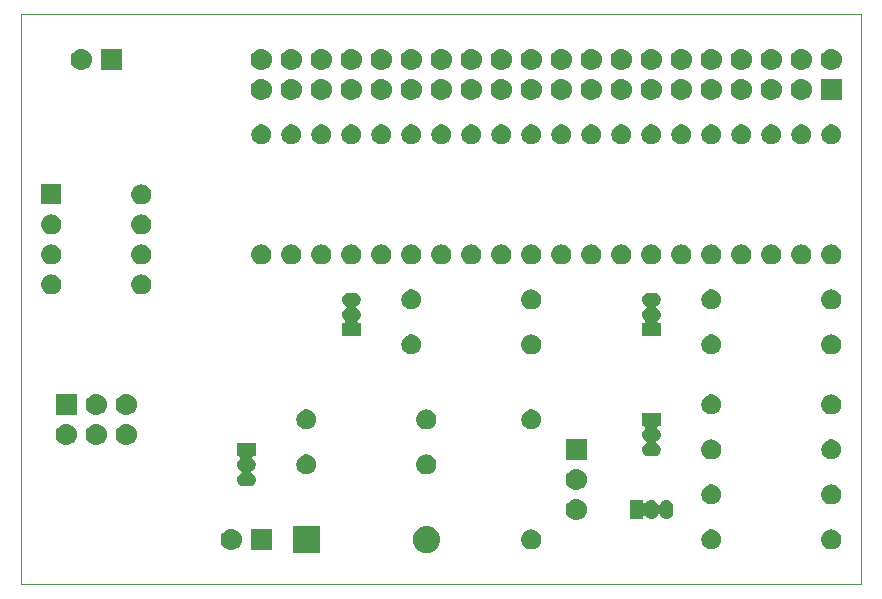
<source format=gbr>
G04 #@! TF.GenerationSoftware,KiCad,Pcbnew,5.1.4+dfsg1-1~bpo10+1*
G04 #@! TF.CreationDate,2021-01-21T15:59:20-08:00*
G04 #@! TF.ProjectId,KarisGiftPCB,4b617269-7347-4696-9674-5043422e6b69,rev?*
G04 #@! TF.SameCoordinates,Original*
G04 #@! TF.FileFunction,Soldermask,Top*
G04 #@! TF.FilePolarity,Negative*
%FSLAX46Y46*%
G04 Gerber Fmt 4.6, Leading zero omitted, Abs format (unit mm)*
G04 Created by KiCad (PCBNEW 5.1.4+dfsg1-1~bpo10+1) date 2021-01-21 15:59:20*
%MOMM*%
%LPD*%
G04 APERTURE LIST*
%ADD10C,0.050000*%
%ADD11C,0.100000*%
G04 APERTURE END LIST*
D10*
X130810000Y-67310000D02*
X59690000Y-67310000D01*
X130810000Y-115570000D02*
X130810000Y-67310000D01*
X59690000Y-115570000D02*
X130810000Y-115570000D01*
X59690000Y-67310000D02*
X59690000Y-115570000D01*
D11*
G36*
X94149271Y-110620103D02*
G01*
X94205635Y-110625654D01*
X94422600Y-110691470D01*
X94422602Y-110691471D01*
X94622555Y-110798347D01*
X94797818Y-110942182D01*
X94941653Y-111117445D01*
X95031170Y-111284922D01*
X95048530Y-111317400D01*
X95114346Y-111534365D01*
X95136569Y-111760000D01*
X95114346Y-111985635D01*
X95083524Y-112087242D01*
X95048529Y-112202602D01*
X94941653Y-112402555D01*
X94797818Y-112577818D01*
X94622555Y-112721653D01*
X94422602Y-112828529D01*
X94422600Y-112828530D01*
X94205635Y-112894346D01*
X94149271Y-112899897D01*
X94036545Y-112911000D01*
X93923455Y-112911000D01*
X93810729Y-112899897D01*
X93754365Y-112894346D01*
X93537400Y-112828530D01*
X93537398Y-112828529D01*
X93337445Y-112721653D01*
X93162182Y-112577818D01*
X93018347Y-112402555D01*
X92911471Y-112202602D01*
X92876477Y-112087242D01*
X92845654Y-111985635D01*
X92823431Y-111760000D01*
X92845654Y-111534365D01*
X92911470Y-111317400D01*
X92928830Y-111284922D01*
X93018347Y-111117445D01*
X93162182Y-110942182D01*
X93337445Y-110798347D01*
X93537398Y-110691471D01*
X93537400Y-110691470D01*
X93754365Y-110625654D01*
X93810729Y-110620103D01*
X93923455Y-110609000D01*
X94036545Y-110609000D01*
X94149271Y-110620103D01*
X94149271Y-110620103D01*
G37*
G36*
X84971000Y-112911000D02*
G01*
X82669000Y-112911000D01*
X82669000Y-110609000D01*
X84971000Y-110609000D01*
X84971000Y-112911000D01*
X84971000Y-112911000D01*
G37*
G36*
X80911000Y-112661000D02*
G01*
X79109000Y-112661000D01*
X79109000Y-110859000D01*
X80911000Y-110859000D01*
X80911000Y-112661000D01*
X80911000Y-112661000D01*
G37*
G36*
X77580442Y-110865518D02*
G01*
X77646627Y-110872037D01*
X77816466Y-110923557D01*
X77972991Y-111007222D01*
X78008729Y-111036552D01*
X78110186Y-111119814D01*
X78190369Y-111217519D01*
X78222778Y-111257009D01*
X78306443Y-111413534D01*
X78357963Y-111583373D01*
X78375359Y-111760000D01*
X78357963Y-111936627D01*
X78306443Y-112106466D01*
X78222778Y-112262991D01*
X78193448Y-112298729D01*
X78110186Y-112400186D01*
X78008729Y-112483448D01*
X77972991Y-112512778D01*
X77816466Y-112596443D01*
X77646627Y-112647963D01*
X77580442Y-112654482D01*
X77514260Y-112661000D01*
X77425740Y-112661000D01*
X77359558Y-112654482D01*
X77293373Y-112647963D01*
X77123534Y-112596443D01*
X76967009Y-112512778D01*
X76931271Y-112483448D01*
X76829814Y-112400186D01*
X76746552Y-112298729D01*
X76717222Y-112262991D01*
X76633557Y-112106466D01*
X76582037Y-111936627D01*
X76564641Y-111760000D01*
X76582037Y-111583373D01*
X76633557Y-111413534D01*
X76717222Y-111257009D01*
X76749631Y-111217519D01*
X76829814Y-111119814D01*
X76931271Y-111036552D01*
X76967009Y-111007222D01*
X77123534Y-110923557D01*
X77293373Y-110872037D01*
X77359558Y-110865518D01*
X77425740Y-110859000D01*
X77514260Y-110859000D01*
X77580442Y-110865518D01*
X77580442Y-110865518D01*
G37*
G36*
X128436823Y-110921313D02*
G01*
X128597242Y-110969976D01*
X128664361Y-111005852D01*
X128745078Y-111048996D01*
X128874659Y-111155341D01*
X128981004Y-111284922D01*
X128981005Y-111284924D01*
X129060024Y-111432758D01*
X129108687Y-111593177D01*
X129125117Y-111760000D01*
X129108687Y-111926823D01*
X129060024Y-112087242D01*
X129019477Y-112163100D01*
X128981004Y-112235078D01*
X128874659Y-112364659D01*
X128745078Y-112471004D01*
X128745076Y-112471005D01*
X128597242Y-112550024D01*
X128436823Y-112598687D01*
X128311804Y-112611000D01*
X128228196Y-112611000D01*
X128103177Y-112598687D01*
X127942758Y-112550024D01*
X127794924Y-112471005D01*
X127794922Y-112471004D01*
X127665341Y-112364659D01*
X127558996Y-112235078D01*
X127520523Y-112163100D01*
X127479976Y-112087242D01*
X127431313Y-111926823D01*
X127414883Y-111760000D01*
X127431313Y-111593177D01*
X127479976Y-111432758D01*
X127558995Y-111284924D01*
X127558996Y-111284922D01*
X127665341Y-111155341D01*
X127794922Y-111048996D01*
X127875639Y-111005852D01*
X127942758Y-110969976D01*
X128103177Y-110921313D01*
X128228196Y-110909000D01*
X128311804Y-110909000D01*
X128436823Y-110921313D01*
X128436823Y-110921313D01*
G37*
G36*
X118358228Y-110941703D02*
G01*
X118513100Y-111005853D01*
X118652481Y-111098985D01*
X118771015Y-111217519D01*
X118864147Y-111356900D01*
X118928297Y-111511772D01*
X118961000Y-111676184D01*
X118961000Y-111843816D01*
X118928297Y-112008228D01*
X118864147Y-112163100D01*
X118771015Y-112302481D01*
X118652481Y-112421015D01*
X118513100Y-112514147D01*
X118358228Y-112578297D01*
X118193816Y-112611000D01*
X118026184Y-112611000D01*
X117861772Y-112578297D01*
X117706900Y-112514147D01*
X117567519Y-112421015D01*
X117448985Y-112302481D01*
X117355853Y-112163100D01*
X117291703Y-112008228D01*
X117259000Y-111843816D01*
X117259000Y-111676184D01*
X117291703Y-111511772D01*
X117355853Y-111356900D01*
X117448985Y-111217519D01*
X117567519Y-111098985D01*
X117706900Y-111005853D01*
X117861772Y-110941703D01*
X118026184Y-110909000D01*
X118193816Y-110909000D01*
X118358228Y-110941703D01*
X118358228Y-110941703D01*
G37*
G36*
X103036823Y-110921313D02*
G01*
X103197242Y-110969976D01*
X103264361Y-111005852D01*
X103345078Y-111048996D01*
X103474659Y-111155341D01*
X103581004Y-111284922D01*
X103581005Y-111284924D01*
X103660024Y-111432758D01*
X103708687Y-111593177D01*
X103725117Y-111760000D01*
X103708687Y-111926823D01*
X103660024Y-112087242D01*
X103619477Y-112163100D01*
X103581004Y-112235078D01*
X103474659Y-112364659D01*
X103345078Y-112471004D01*
X103345076Y-112471005D01*
X103197242Y-112550024D01*
X103036823Y-112598687D01*
X102911804Y-112611000D01*
X102828196Y-112611000D01*
X102703177Y-112598687D01*
X102542758Y-112550024D01*
X102394924Y-112471005D01*
X102394922Y-112471004D01*
X102265341Y-112364659D01*
X102158996Y-112235078D01*
X102120523Y-112163100D01*
X102079976Y-112087242D01*
X102031313Y-111926823D01*
X102014883Y-111760000D01*
X102031313Y-111593177D01*
X102079976Y-111432758D01*
X102158995Y-111284924D01*
X102158996Y-111284922D01*
X102265341Y-111155341D01*
X102394922Y-111048996D01*
X102475639Y-111005852D01*
X102542758Y-110969976D01*
X102703177Y-110921313D01*
X102828196Y-110909000D01*
X102911804Y-110909000D01*
X103036823Y-110921313D01*
X103036823Y-110921313D01*
G37*
G36*
X106790443Y-108325519D02*
G01*
X106856627Y-108332037D01*
X107026466Y-108383557D01*
X107026468Y-108383558D01*
X107092775Y-108419000D01*
X107182991Y-108467222D01*
X107213768Y-108492480D01*
X107320186Y-108579814D01*
X107397024Y-108673443D01*
X107432778Y-108717009D01*
X107516443Y-108873534D01*
X107567963Y-109043373D01*
X107585359Y-109220000D01*
X107567963Y-109396627D01*
X107516443Y-109566466D01*
X107432778Y-109722991D01*
X107421245Y-109737044D01*
X107320186Y-109860186D01*
X107218729Y-109943448D01*
X107182991Y-109972778D01*
X107169987Y-109979729D01*
X107087563Y-110023786D01*
X107026466Y-110056443D01*
X106856627Y-110107963D01*
X106790443Y-110114481D01*
X106724260Y-110121000D01*
X106635740Y-110121000D01*
X106569557Y-110114481D01*
X106503373Y-110107963D01*
X106333534Y-110056443D01*
X106272438Y-110023786D01*
X106190013Y-109979729D01*
X106177009Y-109972778D01*
X106141271Y-109943448D01*
X106039814Y-109860186D01*
X105938755Y-109737044D01*
X105927222Y-109722991D01*
X105843557Y-109566466D01*
X105792037Y-109396627D01*
X105774641Y-109220000D01*
X105792037Y-109043373D01*
X105843557Y-108873534D01*
X105927222Y-108717009D01*
X105962976Y-108673443D01*
X106039814Y-108579814D01*
X106146232Y-108492480D01*
X106177009Y-108467222D01*
X106267225Y-108419000D01*
X106333532Y-108383558D01*
X106333534Y-108383557D01*
X106503373Y-108332037D01*
X106569557Y-108325519D01*
X106635740Y-108319000D01*
X106724260Y-108319000D01*
X106790443Y-108325519D01*
X106790443Y-108325519D01*
G37*
G36*
X114412915Y-108427334D02*
G01*
X114521491Y-108460271D01*
X114521494Y-108460272D01*
X114534494Y-108467221D01*
X114621556Y-108513756D01*
X114709264Y-108585736D01*
X114781244Y-108673443D01*
X114804530Y-108717009D01*
X114834728Y-108773505D01*
X114834729Y-108773508D01*
X114867666Y-108882084D01*
X114876000Y-108966702D01*
X114876000Y-109473297D01*
X114867666Y-109557916D01*
X114835252Y-109664767D01*
X114834728Y-109666495D01*
X114824761Y-109685141D01*
X114781244Y-109766557D01*
X114709264Y-109854264D01*
X114621557Y-109926244D01*
X114557601Y-109960429D01*
X114521495Y-109979728D01*
X114521492Y-109979729D01*
X114412916Y-110012666D01*
X114300000Y-110023787D01*
X114187085Y-110012666D01*
X114078509Y-109979729D01*
X114078506Y-109979728D01*
X114042400Y-109960429D01*
X113978444Y-109926244D01*
X113890737Y-109854264D01*
X113818757Y-109766557D01*
X113775239Y-109685141D01*
X113761625Y-109664766D01*
X113744298Y-109647439D01*
X113723924Y-109633826D01*
X113701285Y-109624448D01*
X113677252Y-109619668D01*
X113652748Y-109619668D01*
X113628715Y-109624448D01*
X113606076Y-109633826D01*
X113585701Y-109647440D01*
X113568374Y-109664767D01*
X113554761Y-109685141D01*
X113511244Y-109766557D01*
X113439264Y-109854264D01*
X113351557Y-109926244D01*
X113287601Y-109960429D01*
X113251495Y-109979728D01*
X113251492Y-109979729D01*
X113142916Y-110012666D01*
X113030000Y-110023787D01*
X112917085Y-110012666D01*
X112808509Y-109979729D01*
X112808506Y-109979728D01*
X112772400Y-109960429D01*
X112708444Y-109926244D01*
X112620737Y-109854264D01*
X112557622Y-109777359D01*
X112540297Y-109760034D01*
X112519923Y-109746420D01*
X112497284Y-109737043D01*
X112473250Y-109732263D01*
X112448746Y-109732263D01*
X112424713Y-109737044D01*
X112402074Y-109746421D01*
X112381700Y-109760035D01*
X112364373Y-109777362D01*
X112350759Y-109797736D01*
X112341382Y-109820375D01*
X112336000Y-109856660D01*
X112336000Y-110021000D01*
X111184000Y-110021000D01*
X111184000Y-108419000D01*
X112336000Y-108419000D01*
X112336000Y-108583341D01*
X112338402Y-108607727D01*
X112345515Y-108631176D01*
X112357066Y-108652787D01*
X112372611Y-108671729D01*
X112391553Y-108687274D01*
X112413164Y-108698825D01*
X112436613Y-108705938D01*
X112460999Y-108708340D01*
X112485385Y-108705938D01*
X112508834Y-108698825D01*
X112530445Y-108687274D01*
X112549387Y-108671729D01*
X112557608Y-108662657D01*
X112620736Y-108585736D01*
X112708443Y-108513756D01*
X112795505Y-108467221D01*
X112808505Y-108460272D01*
X112808508Y-108460271D01*
X112917084Y-108427334D01*
X113030000Y-108416213D01*
X113142915Y-108427334D01*
X113251491Y-108460271D01*
X113251494Y-108460272D01*
X113264494Y-108467221D01*
X113351556Y-108513756D01*
X113439264Y-108585736D01*
X113511244Y-108673443D01*
X113546832Y-108740025D01*
X113554761Y-108754859D01*
X113568375Y-108775234D01*
X113585702Y-108792561D01*
X113606076Y-108806174D01*
X113628715Y-108815552D01*
X113652748Y-108820332D01*
X113677252Y-108820332D01*
X113701285Y-108815552D01*
X113723924Y-108806174D01*
X113744299Y-108792560D01*
X113761626Y-108775233D01*
X113775239Y-108754860D01*
X113818756Y-108673444D01*
X113890736Y-108585736D01*
X113978443Y-108513756D01*
X114065505Y-108467221D01*
X114078505Y-108460272D01*
X114078508Y-108460271D01*
X114187084Y-108427334D01*
X114300000Y-108416213D01*
X114412915Y-108427334D01*
X114412915Y-108427334D01*
G37*
G36*
X118358228Y-107131703D02*
G01*
X118513100Y-107195853D01*
X118652481Y-107288985D01*
X118771015Y-107407519D01*
X118864147Y-107546900D01*
X118928297Y-107701772D01*
X118961000Y-107866184D01*
X118961000Y-108033816D01*
X118928297Y-108198228D01*
X118864147Y-108353100D01*
X118771015Y-108492481D01*
X118652481Y-108611015D01*
X118513100Y-108704147D01*
X118358228Y-108768297D01*
X118193816Y-108801000D01*
X118026184Y-108801000D01*
X117861772Y-108768297D01*
X117706900Y-108704147D01*
X117567519Y-108611015D01*
X117448985Y-108492481D01*
X117355853Y-108353100D01*
X117291703Y-108198228D01*
X117259000Y-108033816D01*
X117259000Y-107866184D01*
X117291703Y-107701772D01*
X117355853Y-107546900D01*
X117448985Y-107407519D01*
X117567519Y-107288985D01*
X117706900Y-107195853D01*
X117861772Y-107131703D01*
X118026184Y-107099000D01*
X118193816Y-107099000D01*
X118358228Y-107131703D01*
X118358228Y-107131703D01*
G37*
G36*
X128436823Y-107111313D02*
G01*
X128597242Y-107159976D01*
X128729906Y-107230886D01*
X128745078Y-107238996D01*
X128874659Y-107345341D01*
X128981004Y-107474922D01*
X128981005Y-107474924D01*
X129060024Y-107622758D01*
X129108687Y-107783177D01*
X129125117Y-107950000D01*
X129108687Y-108116823D01*
X129060024Y-108277242D01*
X129019477Y-108353100D01*
X128981004Y-108425078D01*
X128874659Y-108554659D01*
X128745078Y-108661004D01*
X128745076Y-108661005D01*
X128597242Y-108740024D01*
X128436823Y-108788687D01*
X128311804Y-108801000D01*
X128228196Y-108801000D01*
X128103177Y-108788687D01*
X127942758Y-108740024D01*
X127794924Y-108661005D01*
X127794922Y-108661004D01*
X127665341Y-108554659D01*
X127558996Y-108425078D01*
X127520523Y-108353100D01*
X127479976Y-108277242D01*
X127431313Y-108116823D01*
X127414883Y-107950000D01*
X127431313Y-107783177D01*
X127479976Y-107622758D01*
X127558995Y-107474924D01*
X127558996Y-107474922D01*
X127665341Y-107345341D01*
X127794922Y-107238996D01*
X127810094Y-107230886D01*
X127942758Y-107159976D01*
X128103177Y-107111313D01*
X128228196Y-107099000D01*
X128311804Y-107099000D01*
X128436823Y-107111313D01*
X128436823Y-107111313D01*
G37*
G36*
X106790443Y-105785519D02*
G01*
X106856627Y-105792037D01*
X107026466Y-105843557D01*
X107182991Y-105927222D01*
X107208766Y-105948375D01*
X107320186Y-106039814D01*
X107389519Y-106124298D01*
X107432778Y-106177009D01*
X107516443Y-106333534D01*
X107567963Y-106503373D01*
X107585359Y-106680000D01*
X107567963Y-106856627D01*
X107516443Y-107026466D01*
X107432778Y-107182991D01*
X107422223Y-107195852D01*
X107320186Y-107320186D01*
X107218729Y-107403448D01*
X107182991Y-107432778D01*
X107026466Y-107516443D01*
X106856627Y-107567963D01*
X106790443Y-107574481D01*
X106724260Y-107581000D01*
X106635740Y-107581000D01*
X106569557Y-107574481D01*
X106503373Y-107567963D01*
X106333534Y-107516443D01*
X106177009Y-107432778D01*
X106141271Y-107403448D01*
X106039814Y-107320186D01*
X105937777Y-107195852D01*
X105927222Y-107182991D01*
X105843557Y-107026466D01*
X105792037Y-106856627D01*
X105774641Y-106680000D01*
X105792037Y-106503373D01*
X105843557Y-106333534D01*
X105927222Y-106177009D01*
X105970481Y-106124298D01*
X106039814Y-106039814D01*
X106151234Y-105948375D01*
X106177009Y-105927222D01*
X106333534Y-105843557D01*
X106503373Y-105792037D01*
X106569557Y-105785519D01*
X106635740Y-105779000D01*
X106724260Y-105779000D01*
X106790443Y-105785519D01*
X106790443Y-105785519D01*
G37*
G36*
X79541000Y-104716000D02*
G01*
X79376660Y-104716000D01*
X79352274Y-104718402D01*
X79328825Y-104725515D01*
X79307214Y-104737066D01*
X79288272Y-104752611D01*
X79272727Y-104771553D01*
X79261176Y-104793164D01*
X79254063Y-104816613D01*
X79251661Y-104840999D01*
X79254063Y-104865385D01*
X79261176Y-104888834D01*
X79272727Y-104910445D01*
X79288272Y-104929387D01*
X79297345Y-104937609D01*
X79374264Y-105000736D01*
X79446244Y-105088443D01*
X79480429Y-105152399D01*
X79499728Y-105188505D01*
X79499729Y-105188508D01*
X79532666Y-105297084D01*
X79543787Y-105410000D01*
X79532666Y-105522916D01*
X79516312Y-105576825D01*
X79499728Y-105631495D01*
X79485439Y-105658228D01*
X79446244Y-105731557D01*
X79374264Y-105819264D01*
X79286557Y-105891244D01*
X79205141Y-105934761D01*
X79184766Y-105948375D01*
X79167439Y-105965702D01*
X79153826Y-105986076D01*
X79144448Y-106008715D01*
X79139668Y-106032748D01*
X79139668Y-106057252D01*
X79144448Y-106081285D01*
X79153826Y-106103924D01*
X79167440Y-106124299D01*
X79184767Y-106141626D01*
X79205141Y-106155239D01*
X79286557Y-106198756D01*
X79374264Y-106270736D01*
X79446244Y-106358443D01*
X79480429Y-106422399D01*
X79499728Y-106458505D01*
X79499729Y-106458508D01*
X79532666Y-106567084D01*
X79543787Y-106680000D01*
X79532666Y-106792916D01*
X79499729Y-106901492D01*
X79499728Y-106901495D01*
X79480429Y-106937601D01*
X79446244Y-107001557D01*
X79374264Y-107089264D01*
X79286557Y-107161244D01*
X79222601Y-107195429D01*
X79186495Y-107214728D01*
X79186492Y-107214729D01*
X79077916Y-107247666D01*
X78993298Y-107256000D01*
X78486702Y-107256000D01*
X78402084Y-107247666D01*
X78293508Y-107214729D01*
X78293505Y-107214728D01*
X78257399Y-107195429D01*
X78193443Y-107161244D01*
X78105736Y-107089264D01*
X78033756Y-107001557D01*
X77999571Y-106937601D01*
X77980272Y-106901495D01*
X77980271Y-106901492D01*
X77947334Y-106792916D01*
X77936213Y-106680000D01*
X77947334Y-106567084D01*
X77980271Y-106458508D01*
X77980272Y-106458505D01*
X77999571Y-106422399D01*
X78033756Y-106358443D01*
X78105736Y-106270736D01*
X78193443Y-106198756D01*
X78274859Y-106155239D01*
X78295234Y-106141625D01*
X78312561Y-106124298D01*
X78326174Y-106103924D01*
X78335552Y-106081285D01*
X78340332Y-106057252D01*
X78340332Y-106032748D01*
X78335552Y-106008715D01*
X78326174Y-105986076D01*
X78312560Y-105965701D01*
X78295233Y-105948374D01*
X78274859Y-105934761D01*
X78193443Y-105891244D01*
X78105736Y-105819264D01*
X78033756Y-105731557D01*
X77994561Y-105658228D01*
X77980272Y-105631495D01*
X77963688Y-105576825D01*
X77947334Y-105522916D01*
X77936213Y-105410000D01*
X77947334Y-105297084D01*
X77980271Y-105188508D01*
X77980272Y-105188505D01*
X77999571Y-105152399D01*
X78033756Y-105088443D01*
X78105736Y-105000736D01*
X78182646Y-104937617D01*
X78199965Y-104920298D01*
X78213579Y-104899923D01*
X78222957Y-104877284D01*
X78227737Y-104853251D01*
X78227737Y-104828747D01*
X78222957Y-104804714D01*
X78213579Y-104782075D01*
X78199966Y-104761701D01*
X78182639Y-104744374D01*
X78162264Y-104730760D01*
X78139625Y-104721382D01*
X78115592Y-104716602D01*
X78103340Y-104716000D01*
X77939000Y-104716000D01*
X77939000Y-103564000D01*
X79541000Y-103564000D01*
X79541000Y-104716000D01*
X79541000Y-104716000D01*
G37*
G36*
X94146823Y-104571313D02*
G01*
X94307242Y-104619976D01*
X94439906Y-104690886D01*
X94455078Y-104698996D01*
X94584659Y-104805341D01*
X94691004Y-104934922D01*
X94691005Y-104934924D01*
X94770024Y-105082758D01*
X94818687Y-105243177D01*
X94835117Y-105410000D01*
X94818687Y-105576823D01*
X94770024Y-105737242D01*
X94729477Y-105813100D01*
X94691004Y-105885078D01*
X94584659Y-106014659D01*
X94455078Y-106121004D01*
X94455076Y-106121005D01*
X94307242Y-106200024D01*
X94146823Y-106248687D01*
X94021804Y-106261000D01*
X93938196Y-106261000D01*
X93813177Y-106248687D01*
X93652758Y-106200024D01*
X93504924Y-106121005D01*
X93504922Y-106121004D01*
X93375341Y-106014659D01*
X93268996Y-105885078D01*
X93230523Y-105813100D01*
X93189976Y-105737242D01*
X93141313Y-105576823D01*
X93124883Y-105410000D01*
X93141313Y-105243177D01*
X93189976Y-105082758D01*
X93268995Y-104934924D01*
X93268996Y-104934922D01*
X93375341Y-104805341D01*
X93504922Y-104698996D01*
X93520094Y-104690886D01*
X93652758Y-104619976D01*
X93813177Y-104571313D01*
X93938196Y-104559000D01*
X94021804Y-104559000D01*
X94146823Y-104571313D01*
X94146823Y-104571313D01*
G37*
G36*
X84068228Y-104591703D02*
G01*
X84223100Y-104655853D01*
X84362481Y-104748985D01*
X84481015Y-104867519D01*
X84574147Y-105006900D01*
X84638297Y-105161772D01*
X84671000Y-105326184D01*
X84671000Y-105493816D01*
X84638297Y-105658228D01*
X84574147Y-105813100D01*
X84481015Y-105952481D01*
X84362481Y-106071015D01*
X84223100Y-106164147D01*
X84068228Y-106228297D01*
X83903816Y-106261000D01*
X83736184Y-106261000D01*
X83571772Y-106228297D01*
X83416900Y-106164147D01*
X83277519Y-106071015D01*
X83158985Y-105952481D01*
X83065853Y-105813100D01*
X83001703Y-105658228D01*
X82969000Y-105493816D01*
X82969000Y-105326184D01*
X83001703Y-105161772D01*
X83065853Y-105006900D01*
X83158985Y-104867519D01*
X83277519Y-104748985D01*
X83416900Y-104655853D01*
X83571772Y-104591703D01*
X83736184Y-104559000D01*
X83903816Y-104559000D01*
X84068228Y-104591703D01*
X84068228Y-104591703D01*
G37*
G36*
X107581000Y-105041000D02*
G01*
X105779000Y-105041000D01*
X105779000Y-103239000D01*
X107581000Y-103239000D01*
X107581000Y-105041000D01*
X107581000Y-105041000D01*
G37*
G36*
X128518228Y-103321703D02*
G01*
X128673100Y-103385853D01*
X128812481Y-103478985D01*
X128931015Y-103597519D01*
X129024147Y-103736900D01*
X129088297Y-103891772D01*
X129121000Y-104056184D01*
X129121000Y-104223816D01*
X129088297Y-104388228D01*
X129024147Y-104543100D01*
X128931015Y-104682481D01*
X128812481Y-104801015D01*
X128673100Y-104894147D01*
X128518228Y-104958297D01*
X128353816Y-104991000D01*
X128186184Y-104991000D01*
X128021772Y-104958297D01*
X127866900Y-104894147D01*
X127727519Y-104801015D01*
X127608985Y-104682481D01*
X127515853Y-104543100D01*
X127451703Y-104388228D01*
X127419000Y-104223816D01*
X127419000Y-104056184D01*
X127451703Y-103891772D01*
X127515853Y-103736900D01*
X127608985Y-103597519D01*
X127727519Y-103478985D01*
X127866900Y-103385853D01*
X128021772Y-103321703D01*
X128186184Y-103289000D01*
X128353816Y-103289000D01*
X128518228Y-103321703D01*
X128518228Y-103321703D01*
G37*
G36*
X118276823Y-103301313D02*
G01*
X118437242Y-103349976D01*
X118546497Y-103408374D01*
X118585078Y-103428996D01*
X118714659Y-103535341D01*
X118821004Y-103664922D01*
X118821005Y-103664924D01*
X118900024Y-103812758D01*
X118948687Y-103973177D01*
X118965117Y-104140000D01*
X118948687Y-104306823D01*
X118900024Y-104467242D01*
X118859477Y-104543100D01*
X118821004Y-104615078D01*
X118714659Y-104744659D01*
X118585078Y-104851004D01*
X118585076Y-104851005D01*
X118437242Y-104930024D01*
X118276823Y-104978687D01*
X118151804Y-104991000D01*
X118068196Y-104991000D01*
X117943177Y-104978687D01*
X117782758Y-104930024D01*
X117634924Y-104851005D01*
X117634922Y-104851004D01*
X117505341Y-104744659D01*
X117398996Y-104615078D01*
X117360523Y-104543100D01*
X117319976Y-104467242D01*
X117271313Y-104306823D01*
X117254883Y-104140000D01*
X117271313Y-103973177D01*
X117319976Y-103812758D01*
X117398995Y-103664924D01*
X117398996Y-103664922D01*
X117505341Y-103535341D01*
X117634922Y-103428996D01*
X117673503Y-103408374D01*
X117782758Y-103349976D01*
X117943177Y-103301313D01*
X118068196Y-103289000D01*
X118151804Y-103289000D01*
X118276823Y-103301313D01*
X118276823Y-103301313D01*
G37*
G36*
X113831000Y-102176000D02*
G01*
X113666660Y-102176000D01*
X113642274Y-102178402D01*
X113618825Y-102185515D01*
X113597214Y-102197066D01*
X113578272Y-102212611D01*
X113562727Y-102231553D01*
X113551176Y-102253164D01*
X113544063Y-102276613D01*
X113541661Y-102300999D01*
X113544063Y-102325385D01*
X113551176Y-102348834D01*
X113562727Y-102370445D01*
X113578272Y-102389387D01*
X113587345Y-102397609D01*
X113664264Y-102460736D01*
X113736244Y-102548443D01*
X113770429Y-102612399D01*
X113789728Y-102648505D01*
X113789729Y-102648508D01*
X113822666Y-102757084D01*
X113833787Y-102870000D01*
X113822666Y-102982916D01*
X113789729Y-103091492D01*
X113789728Y-103091495D01*
X113770429Y-103127601D01*
X113736244Y-103191557D01*
X113664264Y-103279264D01*
X113576557Y-103351244D01*
X113511807Y-103385853D01*
X113495141Y-103394761D01*
X113474766Y-103408375D01*
X113457439Y-103425702D01*
X113443826Y-103446076D01*
X113434448Y-103468715D01*
X113429668Y-103492748D01*
X113429668Y-103517252D01*
X113434448Y-103541285D01*
X113443826Y-103563924D01*
X113457440Y-103584299D01*
X113474767Y-103601626D01*
X113495141Y-103615239D01*
X113576557Y-103658756D01*
X113664264Y-103730736D01*
X113736244Y-103818443D01*
X113770429Y-103882399D01*
X113789728Y-103918505D01*
X113789729Y-103918508D01*
X113822666Y-104027084D01*
X113833787Y-104140000D01*
X113822666Y-104252916D01*
X113806312Y-104306825D01*
X113789728Y-104361495D01*
X113775439Y-104388228D01*
X113736244Y-104461557D01*
X113664264Y-104549264D01*
X113576557Y-104621244D01*
X113512601Y-104655429D01*
X113476495Y-104674728D01*
X113476492Y-104674729D01*
X113367916Y-104707666D01*
X113283298Y-104716000D01*
X112776702Y-104716000D01*
X112692084Y-104707666D01*
X112583508Y-104674729D01*
X112583505Y-104674728D01*
X112547399Y-104655429D01*
X112483443Y-104621244D01*
X112395736Y-104549264D01*
X112323756Y-104461557D01*
X112284561Y-104388228D01*
X112270272Y-104361495D01*
X112253688Y-104306825D01*
X112237334Y-104252916D01*
X112226213Y-104140000D01*
X112237334Y-104027084D01*
X112270271Y-103918508D01*
X112270272Y-103918505D01*
X112289571Y-103882399D01*
X112323756Y-103818443D01*
X112395736Y-103730736D01*
X112483443Y-103658756D01*
X112564859Y-103615239D01*
X112585234Y-103601625D01*
X112602561Y-103584298D01*
X112616174Y-103563924D01*
X112625552Y-103541285D01*
X112630332Y-103517252D01*
X112630332Y-103492748D01*
X112625552Y-103468715D01*
X112616174Y-103446076D01*
X112602560Y-103425701D01*
X112585233Y-103408374D01*
X112564859Y-103394761D01*
X112548193Y-103385853D01*
X112483443Y-103351244D01*
X112395736Y-103279264D01*
X112323756Y-103191557D01*
X112289571Y-103127601D01*
X112270272Y-103091495D01*
X112270271Y-103091492D01*
X112237334Y-102982916D01*
X112226213Y-102870000D01*
X112237334Y-102757084D01*
X112270271Y-102648508D01*
X112270272Y-102648505D01*
X112289571Y-102612399D01*
X112323756Y-102548443D01*
X112395736Y-102460736D01*
X112472646Y-102397617D01*
X112489965Y-102380298D01*
X112503579Y-102359923D01*
X112512957Y-102337284D01*
X112517737Y-102313251D01*
X112517737Y-102288747D01*
X112512957Y-102264714D01*
X112503579Y-102242075D01*
X112489966Y-102221701D01*
X112472639Y-102204374D01*
X112452264Y-102190760D01*
X112429625Y-102181382D01*
X112405592Y-102176602D01*
X112393340Y-102176000D01*
X112229000Y-102176000D01*
X112229000Y-101024000D01*
X113831000Y-101024000D01*
X113831000Y-102176000D01*
X113831000Y-102176000D01*
G37*
G36*
X66150442Y-101975518D02*
G01*
X66216627Y-101982037D01*
X66386466Y-102033557D01*
X66542991Y-102117222D01*
X66573768Y-102142480D01*
X66680186Y-102229814D01*
X66748660Y-102313251D01*
X66792778Y-102367009D01*
X66876443Y-102523534D01*
X66927963Y-102693373D01*
X66945359Y-102870000D01*
X66927963Y-103046627D01*
X66876443Y-103216466D01*
X66792778Y-103372991D01*
X66766731Y-103404729D01*
X66680186Y-103510186D01*
X66578729Y-103593448D01*
X66542991Y-103622778D01*
X66386466Y-103706443D01*
X66216627Y-103757963D01*
X66150443Y-103764481D01*
X66084260Y-103771000D01*
X65995740Y-103771000D01*
X65929557Y-103764481D01*
X65863373Y-103757963D01*
X65693534Y-103706443D01*
X65537009Y-103622778D01*
X65501271Y-103593448D01*
X65399814Y-103510186D01*
X65313269Y-103404729D01*
X65287222Y-103372991D01*
X65203557Y-103216466D01*
X65152037Y-103046627D01*
X65134641Y-102870000D01*
X65152037Y-102693373D01*
X65203557Y-102523534D01*
X65287222Y-102367009D01*
X65331340Y-102313251D01*
X65399814Y-102229814D01*
X65506232Y-102142480D01*
X65537009Y-102117222D01*
X65693534Y-102033557D01*
X65863373Y-101982037D01*
X65929558Y-101975518D01*
X65995740Y-101969000D01*
X66084260Y-101969000D01*
X66150442Y-101975518D01*
X66150442Y-101975518D01*
G37*
G36*
X63610442Y-101975518D02*
G01*
X63676627Y-101982037D01*
X63846466Y-102033557D01*
X64002991Y-102117222D01*
X64033768Y-102142480D01*
X64140186Y-102229814D01*
X64208660Y-102313251D01*
X64252778Y-102367009D01*
X64336443Y-102523534D01*
X64387963Y-102693373D01*
X64405359Y-102870000D01*
X64387963Y-103046627D01*
X64336443Y-103216466D01*
X64252778Y-103372991D01*
X64226731Y-103404729D01*
X64140186Y-103510186D01*
X64038729Y-103593448D01*
X64002991Y-103622778D01*
X63846466Y-103706443D01*
X63676627Y-103757963D01*
X63610443Y-103764481D01*
X63544260Y-103771000D01*
X63455740Y-103771000D01*
X63389557Y-103764481D01*
X63323373Y-103757963D01*
X63153534Y-103706443D01*
X62997009Y-103622778D01*
X62961271Y-103593448D01*
X62859814Y-103510186D01*
X62773269Y-103404729D01*
X62747222Y-103372991D01*
X62663557Y-103216466D01*
X62612037Y-103046627D01*
X62594641Y-102870000D01*
X62612037Y-102693373D01*
X62663557Y-102523534D01*
X62747222Y-102367009D01*
X62791340Y-102313251D01*
X62859814Y-102229814D01*
X62966232Y-102142480D01*
X62997009Y-102117222D01*
X63153534Y-102033557D01*
X63323373Y-101982037D01*
X63389558Y-101975518D01*
X63455740Y-101969000D01*
X63544260Y-101969000D01*
X63610442Y-101975518D01*
X63610442Y-101975518D01*
G37*
G36*
X68690442Y-101975518D02*
G01*
X68756627Y-101982037D01*
X68926466Y-102033557D01*
X69082991Y-102117222D01*
X69113768Y-102142480D01*
X69220186Y-102229814D01*
X69288660Y-102313251D01*
X69332778Y-102367009D01*
X69416443Y-102523534D01*
X69467963Y-102693373D01*
X69485359Y-102870000D01*
X69467963Y-103046627D01*
X69416443Y-103216466D01*
X69332778Y-103372991D01*
X69306731Y-103404729D01*
X69220186Y-103510186D01*
X69118729Y-103593448D01*
X69082991Y-103622778D01*
X68926466Y-103706443D01*
X68756627Y-103757963D01*
X68690443Y-103764481D01*
X68624260Y-103771000D01*
X68535740Y-103771000D01*
X68469557Y-103764481D01*
X68403373Y-103757963D01*
X68233534Y-103706443D01*
X68077009Y-103622778D01*
X68041271Y-103593448D01*
X67939814Y-103510186D01*
X67853269Y-103404729D01*
X67827222Y-103372991D01*
X67743557Y-103216466D01*
X67692037Y-103046627D01*
X67674641Y-102870000D01*
X67692037Y-102693373D01*
X67743557Y-102523534D01*
X67827222Y-102367009D01*
X67871340Y-102313251D01*
X67939814Y-102229814D01*
X68046232Y-102142480D01*
X68077009Y-102117222D01*
X68233534Y-102033557D01*
X68403373Y-101982037D01*
X68469558Y-101975518D01*
X68535740Y-101969000D01*
X68624260Y-101969000D01*
X68690442Y-101975518D01*
X68690442Y-101975518D01*
G37*
G36*
X84068228Y-100781703D02*
G01*
X84223100Y-100845853D01*
X84362481Y-100938985D01*
X84481015Y-101057519D01*
X84574147Y-101196900D01*
X84638297Y-101351772D01*
X84671000Y-101516184D01*
X84671000Y-101683816D01*
X84638297Y-101848228D01*
X84574147Y-102003100D01*
X84481015Y-102142481D01*
X84362481Y-102261015D01*
X84223100Y-102354147D01*
X84068228Y-102418297D01*
X83903816Y-102451000D01*
X83736184Y-102451000D01*
X83571772Y-102418297D01*
X83416900Y-102354147D01*
X83277519Y-102261015D01*
X83158985Y-102142481D01*
X83065853Y-102003100D01*
X83001703Y-101848228D01*
X82969000Y-101683816D01*
X82969000Y-101516184D01*
X83001703Y-101351772D01*
X83065853Y-101196900D01*
X83158985Y-101057519D01*
X83277519Y-100938985D01*
X83416900Y-100845853D01*
X83571772Y-100781703D01*
X83736184Y-100749000D01*
X83903816Y-100749000D01*
X84068228Y-100781703D01*
X84068228Y-100781703D01*
G37*
G36*
X94146823Y-100761313D02*
G01*
X94307242Y-100809976D01*
X94439906Y-100880886D01*
X94455078Y-100888996D01*
X94584659Y-100995341D01*
X94691004Y-101124922D01*
X94691005Y-101124924D01*
X94770024Y-101272758D01*
X94818687Y-101433177D01*
X94835117Y-101600000D01*
X94818687Y-101766823D01*
X94770024Y-101927242D01*
X94729477Y-102003100D01*
X94691004Y-102075078D01*
X94584659Y-102204659D01*
X94455078Y-102311004D01*
X94455076Y-102311005D01*
X94307242Y-102390024D01*
X94146823Y-102438687D01*
X94021804Y-102451000D01*
X93938196Y-102451000D01*
X93813177Y-102438687D01*
X93652758Y-102390024D01*
X93504924Y-102311005D01*
X93504922Y-102311004D01*
X93375341Y-102204659D01*
X93268996Y-102075078D01*
X93230523Y-102003100D01*
X93189976Y-101927242D01*
X93141313Y-101766823D01*
X93124883Y-101600000D01*
X93141313Y-101433177D01*
X93189976Y-101272758D01*
X93268995Y-101124924D01*
X93268996Y-101124922D01*
X93375341Y-100995341D01*
X93504922Y-100888996D01*
X93520094Y-100880886D01*
X93652758Y-100809976D01*
X93813177Y-100761313D01*
X93938196Y-100749000D01*
X94021804Y-100749000D01*
X94146823Y-100761313D01*
X94146823Y-100761313D01*
G37*
G36*
X103118228Y-100781703D02*
G01*
X103273100Y-100845853D01*
X103412481Y-100938985D01*
X103531015Y-101057519D01*
X103624147Y-101196900D01*
X103688297Y-101351772D01*
X103721000Y-101516184D01*
X103721000Y-101683816D01*
X103688297Y-101848228D01*
X103624147Y-102003100D01*
X103531015Y-102142481D01*
X103412481Y-102261015D01*
X103273100Y-102354147D01*
X103118228Y-102418297D01*
X102953816Y-102451000D01*
X102786184Y-102451000D01*
X102621772Y-102418297D01*
X102466900Y-102354147D01*
X102327519Y-102261015D01*
X102208985Y-102142481D01*
X102115853Y-102003100D01*
X102051703Y-101848228D01*
X102019000Y-101683816D01*
X102019000Y-101516184D01*
X102051703Y-101351772D01*
X102115853Y-101196900D01*
X102208985Y-101057519D01*
X102327519Y-100938985D01*
X102466900Y-100845853D01*
X102621772Y-100781703D01*
X102786184Y-100749000D01*
X102953816Y-100749000D01*
X103118228Y-100781703D01*
X103118228Y-100781703D01*
G37*
G36*
X68690443Y-99435519D02*
G01*
X68756627Y-99442037D01*
X68926466Y-99493557D01*
X69082991Y-99577222D01*
X69118729Y-99606552D01*
X69220186Y-99689814D01*
X69300369Y-99787519D01*
X69332778Y-99827009D01*
X69416443Y-99983534D01*
X69467963Y-100153373D01*
X69485359Y-100330000D01*
X69467963Y-100506627D01*
X69416443Y-100676466D01*
X69332778Y-100832991D01*
X69322223Y-100845852D01*
X69220186Y-100970186D01*
X69118729Y-101053448D01*
X69082991Y-101082778D01*
X68926466Y-101166443D01*
X68756627Y-101217963D01*
X68690443Y-101224481D01*
X68624260Y-101231000D01*
X68535740Y-101231000D01*
X68469558Y-101224482D01*
X68403373Y-101217963D01*
X68233534Y-101166443D01*
X68077009Y-101082778D01*
X68041271Y-101053448D01*
X67939814Y-100970186D01*
X67837777Y-100845852D01*
X67827222Y-100832991D01*
X67743557Y-100676466D01*
X67692037Y-100506627D01*
X67674641Y-100330000D01*
X67692037Y-100153373D01*
X67743557Y-99983534D01*
X67827222Y-99827009D01*
X67859631Y-99787519D01*
X67939814Y-99689814D01*
X68041271Y-99606552D01*
X68077009Y-99577222D01*
X68233534Y-99493557D01*
X68403373Y-99442037D01*
X68469558Y-99435518D01*
X68535740Y-99429000D01*
X68624260Y-99429000D01*
X68690443Y-99435519D01*
X68690443Y-99435519D01*
G37*
G36*
X64401000Y-101231000D02*
G01*
X62599000Y-101231000D01*
X62599000Y-99429000D01*
X64401000Y-99429000D01*
X64401000Y-101231000D01*
X64401000Y-101231000D01*
G37*
G36*
X66150443Y-99435519D02*
G01*
X66216627Y-99442037D01*
X66386466Y-99493557D01*
X66542991Y-99577222D01*
X66578729Y-99606552D01*
X66680186Y-99689814D01*
X66760369Y-99787519D01*
X66792778Y-99827009D01*
X66876443Y-99983534D01*
X66927963Y-100153373D01*
X66945359Y-100330000D01*
X66927963Y-100506627D01*
X66876443Y-100676466D01*
X66792778Y-100832991D01*
X66782223Y-100845852D01*
X66680186Y-100970186D01*
X66578729Y-101053448D01*
X66542991Y-101082778D01*
X66386466Y-101166443D01*
X66216627Y-101217963D01*
X66150443Y-101224481D01*
X66084260Y-101231000D01*
X65995740Y-101231000D01*
X65929558Y-101224482D01*
X65863373Y-101217963D01*
X65693534Y-101166443D01*
X65537009Y-101082778D01*
X65501271Y-101053448D01*
X65399814Y-100970186D01*
X65297777Y-100845852D01*
X65287222Y-100832991D01*
X65203557Y-100676466D01*
X65152037Y-100506627D01*
X65134641Y-100330000D01*
X65152037Y-100153373D01*
X65203557Y-99983534D01*
X65287222Y-99827009D01*
X65319631Y-99787519D01*
X65399814Y-99689814D01*
X65501271Y-99606552D01*
X65537009Y-99577222D01*
X65693534Y-99493557D01*
X65863373Y-99442037D01*
X65929558Y-99435518D01*
X65995740Y-99429000D01*
X66084260Y-99429000D01*
X66150443Y-99435519D01*
X66150443Y-99435519D01*
G37*
G36*
X118358228Y-99511703D02*
G01*
X118513100Y-99575853D01*
X118652481Y-99668985D01*
X118771015Y-99787519D01*
X118864147Y-99926900D01*
X118928297Y-100081772D01*
X118961000Y-100246184D01*
X118961000Y-100413816D01*
X118928297Y-100578228D01*
X118864147Y-100733100D01*
X118771015Y-100872481D01*
X118652481Y-100991015D01*
X118513100Y-101084147D01*
X118358228Y-101148297D01*
X118193816Y-101181000D01*
X118026184Y-101181000D01*
X117861772Y-101148297D01*
X117706900Y-101084147D01*
X117567519Y-100991015D01*
X117448985Y-100872481D01*
X117355853Y-100733100D01*
X117291703Y-100578228D01*
X117259000Y-100413816D01*
X117259000Y-100246184D01*
X117291703Y-100081772D01*
X117355853Y-99926900D01*
X117448985Y-99787519D01*
X117567519Y-99668985D01*
X117706900Y-99575853D01*
X117861772Y-99511703D01*
X118026184Y-99479000D01*
X118193816Y-99479000D01*
X118358228Y-99511703D01*
X118358228Y-99511703D01*
G37*
G36*
X128436823Y-99491313D02*
G01*
X128597242Y-99539976D01*
X128664361Y-99575852D01*
X128745078Y-99618996D01*
X128874659Y-99725341D01*
X128981004Y-99854922D01*
X128981005Y-99854924D01*
X129060024Y-100002758D01*
X129108687Y-100163177D01*
X129125117Y-100330000D01*
X129108687Y-100496823D01*
X129060024Y-100657242D01*
X129019477Y-100733100D01*
X128981004Y-100805078D01*
X128874659Y-100934659D01*
X128745078Y-101041004D01*
X128745076Y-101041005D01*
X128597242Y-101120024D01*
X128436823Y-101168687D01*
X128311804Y-101181000D01*
X128228196Y-101181000D01*
X128103177Y-101168687D01*
X127942758Y-101120024D01*
X127794924Y-101041005D01*
X127794922Y-101041004D01*
X127665341Y-100934659D01*
X127558996Y-100805078D01*
X127520523Y-100733100D01*
X127479976Y-100657242D01*
X127431313Y-100496823D01*
X127414883Y-100330000D01*
X127431313Y-100163177D01*
X127479976Y-100002758D01*
X127558995Y-99854924D01*
X127558996Y-99854922D01*
X127665341Y-99725341D01*
X127794922Y-99618996D01*
X127875639Y-99575852D01*
X127942758Y-99539976D01*
X128103177Y-99491313D01*
X128228196Y-99479000D01*
X128311804Y-99479000D01*
X128436823Y-99491313D01*
X128436823Y-99491313D01*
G37*
G36*
X103036823Y-94411313D02*
G01*
X103197242Y-94459976D01*
X103264361Y-94495852D01*
X103345078Y-94538996D01*
X103474659Y-94645341D01*
X103581004Y-94774922D01*
X103581005Y-94774924D01*
X103660024Y-94922758D01*
X103708687Y-95083177D01*
X103725117Y-95250000D01*
X103708687Y-95416823D01*
X103660024Y-95577242D01*
X103619477Y-95653100D01*
X103581004Y-95725078D01*
X103474659Y-95854659D01*
X103345078Y-95961004D01*
X103345076Y-95961005D01*
X103197242Y-96040024D01*
X103036823Y-96088687D01*
X102911804Y-96101000D01*
X102828196Y-96101000D01*
X102703177Y-96088687D01*
X102542758Y-96040024D01*
X102394924Y-95961005D01*
X102394922Y-95961004D01*
X102265341Y-95854659D01*
X102158996Y-95725078D01*
X102120523Y-95653100D01*
X102079976Y-95577242D01*
X102031313Y-95416823D01*
X102014883Y-95250000D01*
X102031313Y-95083177D01*
X102079976Y-94922758D01*
X102158995Y-94774924D01*
X102158996Y-94774922D01*
X102265341Y-94645341D01*
X102394922Y-94538996D01*
X102475639Y-94495852D01*
X102542758Y-94459976D01*
X102703177Y-94411313D01*
X102828196Y-94399000D01*
X102911804Y-94399000D01*
X103036823Y-94411313D01*
X103036823Y-94411313D01*
G37*
G36*
X92958228Y-94431703D02*
G01*
X93113100Y-94495853D01*
X93252481Y-94588985D01*
X93371015Y-94707519D01*
X93464147Y-94846900D01*
X93528297Y-95001772D01*
X93561000Y-95166184D01*
X93561000Y-95333816D01*
X93528297Y-95498228D01*
X93464147Y-95653100D01*
X93371015Y-95792481D01*
X93252481Y-95911015D01*
X93113100Y-96004147D01*
X92958228Y-96068297D01*
X92793816Y-96101000D01*
X92626184Y-96101000D01*
X92461772Y-96068297D01*
X92306900Y-96004147D01*
X92167519Y-95911015D01*
X92048985Y-95792481D01*
X91955853Y-95653100D01*
X91891703Y-95498228D01*
X91859000Y-95333816D01*
X91859000Y-95166184D01*
X91891703Y-95001772D01*
X91955853Y-94846900D01*
X92048985Y-94707519D01*
X92167519Y-94588985D01*
X92306900Y-94495853D01*
X92461772Y-94431703D01*
X92626184Y-94399000D01*
X92793816Y-94399000D01*
X92958228Y-94431703D01*
X92958228Y-94431703D01*
G37*
G36*
X128436823Y-94411313D02*
G01*
X128597242Y-94459976D01*
X128664361Y-94495852D01*
X128745078Y-94538996D01*
X128874659Y-94645341D01*
X128981004Y-94774922D01*
X128981005Y-94774924D01*
X129060024Y-94922758D01*
X129108687Y-95083177D01*
X129125117Y-95250000D01*
X129108687Y-95416823D01*
X129060024Y-95577242D01*
X129019477Y-95653100D01*
X128981004Y-95725078D01*
X128874659Y-95854659D01*
X128745078Y-95961004D01*
X128745076Y-95961005D01*
X128597242Y-96040024D01*
X128436823Y-96088687D01*
X128311804Y-96101000D01*
X128228196Y-96101000D01*
X128103177Y-96088687D01*
X127942758Y-96040024D01*
X127794924Y-95961005D01*
X127794922Y-95961004D01*
X127665341Y-95854659D01*
X127558996Y-95725078D01*
X127520523Y-95653100D01*
X127479976Y-95577242D01*
X127431313Y-95416823D01*
X127414883Y-95250000D01*
X127431313Y-95083177D01*
X127479976Y-94922758D01*
X127558995Y-94774924D01*
X127558996Y-94774922D01*
X127665341Y-94645341D01*
X127794922Y-94538996D01*
X127875639Y-94495852D01*
X127942758Y-94459976D01*
X128103177Y-94411313D01*
X128228196Y-94399000D01*
X128311804Y-94399000D01*
X128436823Y-94411313D01*
X128436823Y-94411313D01*
G37*
G36*
X118358228Y-94431703D02*
G01*
X118513100Y-94495853D01*
X118652481Y-94588985D01*
X118771015Y-94707519D01*
X118864147Y-94846900D01*
X118928297Y-95001772D01*
X118961000Y-95166184D01*
X118961000Y-95333816D01*
X118928297Y-95498228D01*
X118864147Y-95653100D01*
X118771015Y-95792481D01*
X118652481Y-95911015D01*
X118513100Y-96004147D01*
X118358228Y-96068297D01*
X118193816Y-96101000D01*
X118026184Y-96101000D01*
X117861772Y-96068297D01*
X117706900Y-96004147D01*
X117567519Y-95911015D01*
X117448985Y-95792481D01*
X117355853Y-95653100D01*
X117291703Y-95498228D01*
X117259000Y-95333816D01*
X117259000Y-95166184D01*
X117291703Y-95001772D01*
X117355853Y-94846900D01*
X117448985Y-94707519D01*
X117567519Y-94588985D01*
X117706900Y-94495853D01*
X117861772Y-94431703D01*
X118026184Y-94399000D01*
X118193816Y-94399000D01*
X118358228Y-94431703D01*
X118358228Y-94431703D01*
G37*
G36*
X113367916Y-90872334D02*
G01*
X113476492Y-90905271D01*
X113476495Y-90905272D01*
X113512601Y-90924571D01*
X113576557Y-90958756D01*
X113664264Y-91030736D01*
X113736244Y-91118443D01*
X113770429Y-91182399D01*
X113789728Y-91218505D01*
X113789729Y-91218508D01*
X113822666Y-91327084D01*
X113833787Y-91440000D01*
X113822666Y-91552916D01*
X113806312Y-91606825D01*
X113789728Y-91661495D01*
X113775439Y-91688228D01*
X113736244Y-91761557D01*
X113664264Y-91849264D01*
X113576557Y-91921244D01*
X113495141Y-91964761D01*
X113474766Y-91978375D01*
X113457439Y-91995702D01*
X113443826Y-92016076D01*
X113434448Y-92038715D01*
X113429668Y-92062748D01*
X113429668Y-92087252D01*
X113434448Y-92111285D01*
X113443826Y-92133924D01*
X113457440Y-92154299D01*
X113474767Y-92171626D01*
X113495141Y-92185239D01*
X113576557Y-92228756D01*
X113664264Y-92300736D01*
X113736244Y-92388443D01*
X113770429Y-92452399D01*
X113789728Y-92488505D01*
X113789729Y-92488508D01*
X113822666Y-92597084D01*
X113833787Y-92710000D01*
X113822666Y-92822916D01*
X113789729Y-92931492D01*
X113789728Y-92931495D01*
X113770429Y-92967601D01*
X113736244Y-93031557D01*
X113664264Y-93119264D01*
X113587354Y-93182383D01*
X113570035Y-93199702D01*
X113556421Y-93220077D01*
X113547043Y-93242716D01*
X113542263Y-93266749D01*
X113542263Y-93291253D01*
X113547043Y-93315286D01*
X113556421Y-93337925D01*
X113570034Y-93358299D01*
X113587361Y-93375626D01*
X113607736Y-93389240D01*
X113630375Y-93398618D01*
X113654408Y-93403398D01*
X113666660Y-93404000D01*
X113831000Y-93404000D01*
X113831000Y-94556000D01*
X112229000Y-94556000D01*
X112229000Y-93404000D01*
X112393340Y-93404000D01*
X112417726Y-93401598D01*
X112441175Y-93394485D01*
X112462786Y-93382934D01*
X112481728Y-93367389D01*
X112497273Y-93348447D01*
X112508824Y-93326836D01*
X112515937Y-93303387D01*
X112518339Y-93279001D01*
X112515937Y-93254615D01*
X112508824Y-93231166D01*
X112497273Y-93209555D01*
X112481728Y-93190613D01*
X112472655Y-93182391D01*
X112395736Y-93119264D01*
X112323756Y-93031557D01*
X112289571Y-92967601D01*
X112270272Y-92931495D01*
X112270271Y-92931492D01*
X112237334Y-92822916D01*
X112226213Y-92710000D01*
X112237334Y-92597084D01*
X112270271Y-92488508D01*
X112270272Y-92488505D01*
X112289571Y-92452399D01*
X112323756Y-92388443D01*
X112395736Y-92300736D01*
X112483443Y-92228756D01*
X112564859Y-92185239D01*
X112585234Y-92171625D01*
X112602561Y-92154298D01*
X112616174Y-92133924D01*
X112625552Y-92111285D01*
X112630332Y-92087252D01*
X112630332Y-92062748D01*
X112625552Y-92038715D01*
X112616174Y-92016076D01*
X112602560Y-91995701D01*
X112585233Y-91978374D01*
X112564859Y-91964761D01*
X112483443Y-91921244D01*
X112395736Y-91849264D01*
X112323756Y-91761557D01*
X112284561Y-91688228D01*
X112270272Y-91661495D01*
X112253688Y-91606825D01*
X112237334Y-91552916D01*
X112226213Y-91440000D01*
X112237334Y-91327084D01*
X112270271Y-91218508D01*
X112270272Y-91218505D01*
X112289571Y-91182399D01*
X112323756Y-91118443D01*
X112395736Y-91030736D01*
X112483443Y-90958756D01*
X112547399Y-90924571D01*
X112583505Y-90905272D01*
X112583508Y-90905271D01*
X112692084Y-90872334D01*
X112776702Y-90864000D01*
X113283298Y-90864000D01*
X113367916Y-90872334D01*
X113367916Y-90872334D01*
G37*
G36*
X87967916Y-90872334D02*
G01*
X88076492Y-90905271D01*
X88076495Y-90905272D01*
X88112601Y-90924571D01*
X88176557Y-90958756D01*
X88264264Y-91030736D01*
X88336244Y-91118443D01*
X88370429Y-91182399D01*
X88389728Y-91218505D01*
X88389729Y-91218508D01*
X88422666Y-91327084D01*
X88433787Y-91440000D01*
X88422666Y-91552916D01*
X88406312Y-91606825D01*
X88389728Y-91661495D01*
X88375439Y-91688228D01*
X88336244Y-91761557D01*
X88264264Y-91849264D01*
X88176557Y-91921244D01*
X88095141Y-91964761D01*
X88074766Y-91978375D01*
X88057439Y-91995702D01*
X88043826Y-92016076D01*
X88034448Y-92038715D01*
X88029668Y-92062748D01*
X88029668Y-92087252D01*
X88034448Y-92111285D01*
X88043826Y-92133924D01*
X88057440Y-92154299D01*
X88074767Y-92171626D01*
X88095141Y-92185239D01*
X88176557Y-92228756D01*
X88264264Y-92300736D01*
X88336244Y-92388443D01*
X88370429Y-92452399D01*
X88389728Y-92488505D01*
X88389729Y-92488508D01*
X88422666Y-92597084D01*
X88433787Y-92710000D01*
X88422666Y-92822916D01*
X88389729Y-92931492D01*
X88389728Y-92931495D01*
X88370429Y-92967601D01*
X88336244Y-93031557D01*
X88264264Y-93119264D01*
X88187354Y-93182383D01*
X88170035Y-93199702D01*
X88156421Y-93220077D01*
X88147043Y-93242716D01*
X88142263Y-93266749D01*
X88142263Y-93291253D01*
X88147043Y-93315286D01*
X88156421Y-93337925D01*
X88170034Y-93358299D01*
X88187361Y-93375626D01*
X88207736Y-93389240D01*
X88230375Y-93398618D01*
X88254408Y-93403398D01*
X88266660Y-93404000D01*
X88431000Y-93404000D01*
X88431000Y-94556000D01*
X86829000Y-94556000D01*
X86829000Y-93404000D01*
X86993340Y-93404000D01*
X87017726Y-93401598D01*
X87041175Y-93394485D01*
X87062786Y-93382934D01*
X87081728Y-93367389D01*
X87097273Y-93348447D01*
X87108824Y-93326836D01*
X87115937Y-93303387D01*
X87118339Y-93279001D01*
X87115937Y-93254615D01*
X87108824Y-93231166D01*
X87097273Y-93209555D01*
X87081728Y-93190613D01*
X87072655Y-93182391D01*
X86995736Y-93119264D01*
X86923756Y-93031557D01*
X86889571Y-92967601D01*
X86870272Y-92931495D01*
X86870271Y-92931492D01*
X86837334Y-92822916D01*
X86826213Y-92710000D01*
X86837334Y-92597084D01*
X86870271Y-92488508D01*
X86870272Y-92488505D01*
X86889571Y-92452399D01*
X86923756Y-92388443D01*
X86995736Y-92300736D01*
X87083443Y-92228756D01*
X87164859Y-92185239D01*
X87185234Y-92171625D01*
X87202561Y-92154298D01*
X87216174Y-92133924D01*
X87225552Y-92111285D01*
X87230332Y-92087252D01*
X87230332Y-92062748D01*
X87225552Y-92038715D01*
X87216174Y-92016076D01*
X87202560Y-91995701D01*
X87185233Y-91978374D01*
X87164859Y-91964761D01*
X87083443Y-91921244D01*
X86995736Y-91849264D01*
X86923756Y-91761557D01*
X86884561Y-91688228D01*
X86870272Y-91661495D01*
X86853688Y-91606825D01*
X86837334Y-91552916D01*
X86826213Y-91440000D01*
X86837334Y-91327084D01*
X86870271Y-91218508D01*
X86870272Y-91218505D01*
X86889571Y-91182399D01*
X86923756Y-91118443D01*
X86995736Y-91030736D01*
X87083443Y-90958756D01*
X87147399Y-90924571D01*
X87183505Y-90905272D01*
X87183508Y-90905271D01*
X87292084Y-90872334D01*
X87376702Y-90864000D01*
X87883298Y-90864000D01*
X87967916Y-90872334D01*
X87967916Y-90872334D01*
G37*
G36*
X128436823Y-90601313D02*
G01*
X128597242Y-90649976D01*
X128664361Y-90685852D01*
X128745078Y-90728996D01*
X128874659Y-90835341D01*
X128981004Y-90964922D01*
X128981005Y-90964924D01*
X129060024Y-91112758D01*
X129108687Y-91273177D01*
X129125117Y-91440000D01*
X129108687Y-91606823D01*
X129060024Y-91767242D01*
X129019477Y-91843100D01*
X128981004Y-91915078D01*
X128874659Y-92044659D01*
X128745078Y-92151004D01*
X128745076Y-92151005D01*
X128597242Y-92230024D01*
X128436823Y-92278687D01*
X128311804Y-92291000D01*
X128228196Y-92291000D01*
X128103177Y-92278687D01*
X127942758Y-92230024D01*
X127794924Y-92151005D01*
X127794922Y-92151004D01*
X127665341Y-92044659D01*
X127558996Y-91915078D01*
X127520523Y-91843100D01*
X127479976Y-91767242D01*
X127431313Y-91606823D01*
X127414883Y-91440000D01*
X127431313Y-91273177D01*
X127479976Y-91112758D01*
X127558995Y-90964924D01*
X127558996Y-90964922D01*
X127665341Y-90835341D01*
X127794922Y-90728996D01*
X127875639Y-90685852D01*
X127942758Y-90649976D01*
X128103177Y-90601313D01*
X128228196Y-90589000D01*
X128311804Y-90589000D01*
X128436823Y-90601313D01*
X128436823Y-90601313D01*
G37*
G36*
X103036823Y-90601313D02*
G01*
X103197242Y-90649976D01*
X103264361Y-90685852D01*
X103345078Y-90728996D01*
X103474659Y-90835341D01*
X103581004Y-90964922D01*
X103581005Y-90964924D01*
X103660024Y-91112758D01*
X103708687Y-91273177D01*
X103725117Y-91440000D01*
X103708687Y-91606823D01*
X103660024Y-91767242D01*
X103619477Y-91843100D01*
X103581004Y-91915078D01*
X103474659Y-92044659D01*
X103345078Y-92151004D01*
X103345076Y-92151005D01*
X103197242Y-92230024D01*
X103036823Y-92278687D01*
X102911804Y-92291000D01*
X102828196Y-92291000D01*
X102703177Y-92278687D01*
X102542758Y-92230024D01*
X102394924Y-92151005D01*
X102394922Y-92151004D01*
X102265341Y-92044659D01*
X102158996Y-91915078D01*
X102120523Y-91843100D01*
X102079976Y-91767242D01*
X102031313Y-91606823D01*
X102014883Y-91440000D01*
X102031313Y-91273177D01*
X102079976Y-91112758D01*
X102158995Y-90964924D01*
X102158996Y-90964922D01*
X102265341Y-90835341D01*
X102394922Y-90728996D01*
X102475639Y-90685852D01*
X102542758Y-90649976D01*
X102703177Y-90601313D01*
X102828196Y-90589000D01*
X102911804Y-90589000D01*
X103036823Y-90601313D01*
X103036823Y-90601313D01*
G37*
G36*
X92958228Y-90621703D02*
G01*
X93113100Y-90685853D01*
X93252481Y-90778985D01*
X93371015Y-90897519D01*
X93464147Y-91036900D01*
X93528297Y-91191772D01*
X93561000Y-91356184D01*
X93561000Y-91523816D01*
X93528297Y-91688228D01*
X93464147Y-91843100D01*
X93371015Y-91982481D01*
X93252481Y-92101015D01*
X93113100Y-92194147D01*
X92958228Y-92258297D01*
X92793816Y-92291000D01*
X92626184Y-92291000D01*
X92461772Y-92258297D01*
X92306900Y-92194147D01*
X92167519Y-92101015D01*
X92048985Y-91982481D01*
X91955853Y-91843100D01*
X91891703Y-91688228D01*
X91859000Y-91523816D01*
X91859000Y-91356184D01*
X91891703Y-91191772D01*
X91955853Y-91036900D01*
X92048985Y-90897519D01*
X92167519Y-90778985D01*
X92306900Y-90685853D01*
X92461772Y-90621703D01*
X92626184Y-90589000D01*
X92793816Y-90589000D01*
X92958228Y-90621703D01*
X92958228Y-90621703D01*
G37*
G36*
X118358228Y-90621703D02*
G01*
X118513100Y-90685853D01*
X118652481Y-90778985D01*
X118771015Y-90897519D01*
X118864147Y-91036900D01*
X118928297Y-91191772D01*
X118961000Y-91356184D01*
X118961000Y-91523816D01*
X118928297Y-91688228D01*
X118864147Y-91843100D01*
X118771015Y-91982481D01*
X118652481Y-92101015D01*
X118513100Y-92194147D01*
X118358228Y-92258297D01*
X118193816Y-92291000D01*
X118026184Y-92291000D01*
X117861772Y-92258297D01*
X117706900Y-92194147D01*
X117567519Y-92101015D01*
X117448985Y-91982481D01*
X117355853Y-91843100D01*
X117291703Y-91688228D01*
X117259000Y-91523816D01*
X117259000Y-91356184D01*
X117291703Y-91191772D01*
X117355853Y-91036900D01*
X117448985Y-90897519D01*
X117567519Y-90778985D01*
X117706900Y-90685853D01*
X117861772Y-90621703D01*
X118026184Y-90589000D01*
X118193816Y-90589000D01*
X118358228Y-90621703D01*
X118358228Y-90621703D01*
G37*
G36*
X62396823Y-89331313D02*
G01*
X62557242Y-89379976D01*
X62689906Y-89450886D01*
X62705078Y-89458996D01*
X62834659Y-89565341D01*
X62941004Y-89694922D01*
X62941005Y-89694924D01*
X63020024Y-89842758D01*
X63068687Y-90003177D01*
X63085117Y-90170000D01*
X63068687Y-90336823D01*
X63020024Y-90497242D01*
X62970978Y-90589000D01*
X62941004Y-90645078D01*
X62834659Y-90774659D01*
X62705078Y-90881004D01*
X62705076Y-90881005D01*
X62557242Y-90960024D01*
X62396823Y-91008687D01*
X62271804Y-91021000D01*
X62188196Y-91021000D01*
X62063177Y-91008687D01*
X61902758Y-90960024D01*
X61754924Y-90881005D01*
X61754922Y-90881004D01*
X61625341Y-90774659D01*
X61518996Y-90645078D01*
X61489022Y-90589000D01*
X61439976Y-90497242D01*
X61391313Y-90336823D01*
X61374883Y-90170000D01*
X61391313Y-90003177D01*
X61439976Y-89842758D01*
X61518995Y-89694924D01*
X61518996Y-89694922D01*
X61625341Y-89565341D01*
X61754922Y-89458996D01*
X61770094Y-89450886D01*
X61902758Y-89379976D01*
X62063177Y-89331313D01*
X62188196Y-89319000D01*
X62271804Y-89319000D01*
X62396823Y-89331313D01*
X62396823Y-89331313D01*
G37*
G36*
X70016823Y-89331313D02*
G01*
X70177242Y-89379976D01*
X70309906Y-89450886D01*
X70325078Y-89458996D01*
X70454659Y-89565341D01*
X70561004Y-89694922D01*
X70561005Y-89694924D01*
X70640024Y-89842758D01*
X70688687Y-90003177D01*
X70705117Y-90170000D01*
X70688687Y-90336823D01*
X70640024Y-90497242D01*
X70590978Y-90589000D01*
X70561004Y-90645078D01*
X70454659Y-90774659D01*
X70325078Y-90881004D01*
X70325076Y-90881005D01*
X70177242Y-90960024D01*
X70016823Y-91008687D01*
X69891804Y-91021000D01*
X69808196Y-91021000D01*
X69683177Y-91008687D01*
X69522758Y-90960024D01*
X69374924Y-90881005D01*
X69374922Y-90881004D01*
X69245341Y-90774659D01*
X69138996Y-90645078D01*
X69109022Y-90589000D01*
X69059976Y-90497242D01*
X69011313Y-90336823D01*
X68994883Y-90170000D01*
X69011313Y-90003177D01*
X69059976Y-89842758D01*
X69138995Y-89694924D01*
X69138996Y-89694922D01*
X69245341Y-89565341D01*
X69374922Y-89458996D01*
X69390094Y-89450886D01*
X69522758Y-89379976D01*
X69683177Y-89331313D01*
X69808196Y-89319000D01*
X69891804Y-89319000D01*
X70016823Y-89331313D01*
X70016823Y-89331313D01*
G37*
G36*
X97956823Y-86791313D02*
G01*
X98117242Y-86839976D01*
X98249906Y-86910886D01*
X98265078Y-86918996D01*
X98394659Y-87025341D01*
X98501004Y-87154922D01*
X98501005Y-87154924D01*
X98580024Y-87302758D01*
X98628687Y-87463177D01*
X98645117Y-87630000D01*
X98628687Y-87796823D01*
X98580024Y-87957242D01*
X98509114Y-88089906D01*
X98501004Y-88105078D01*
X98394659Y-88234659D01*
X98265078Y-88341004D01*
X98265076Y-88341005D01*
X98117242Y-88420024D01*
X97956823Y-88468687D01*
X97831804Y-88481000D01*
X97748196Y-88481000D01*
X97623177Y-88468687D01*
X97462758Y-88420024D01*
X97314924Y-88341005D01*
X97314922Y-88341004D01*
X97185341Y-88234659D01*
X97078996Y-88105078D01*
X97070886Y-88089906D01*
X96999976Y-87957242D01*
X96951313Y-87796823D01*
X96934883Y-87630000D01*
X96951313Y-87463177D01*
X96999976Y-87302758D01*
X97078995Y-87154924D01*
X97078996Y-87154922D01*
X97185341Y-87025341D01*
X97314922Y-86918996D01*
X97330094Y-86910886D01*
X97462758Y-86839976D01*
X97623177Y-86791313D01*
X97748196Y-86779000D01*
X97831804Y-86779000D01*
X97956823Y-86791313D01*
X97956823Y-86791313D01*
G37*
G36*
X103036823Y-86791313D02*
G01*
X103197242Y-86839976D01*
X103329906Y-86910886D01*
X103345078Y-86918996D01*
X103474659Y-87025341D01*
X103581004Y-87154922D01*
X103581005Y-87154924D01*
X103660024Y-87302758D01*
X103708687Y-87463177D01*
X103725117Y-87630000D01*
X103708687Y-87796823D01*
X103660024Y-87957242D01*
X103589114Y-88089906D01*
X103581004Y-88105078D01*
X103474659Y-88234659D01*
X103345078Y-88341004D01*
X103345076Y-88341005D01*
X103197242Y-88420024D01*
X103036823Y-88468687D01*
X102911804Y-88481000D01*
X102828196Y-88481000D01*
X102703177Y-88468687D01*
X102542758Y-88420024D01*
X102394924Y-88341005D01*
X102394922Y-88341004D01*
X102265341Y-88234659D01*
X102158996Y-88105078D01*
X102150886Y-88089906D01*
X102079976Y-87957242D01*
X102031313Y-87796823D01*
X102014883Y-87630000D01*
X102031313Y-87463177D01*
X102079976Y-87302758D01*
X102158995Y-87154924D01*
X102158996Y-87154922D01*
X102265341Y-87025341D01*
X102394922Y-86918996D01*
X102410094Y-86910886D01*
X102542758Y-86839976D01*
X102703177Y-86791313D01*
X102828196Y-86779000D01*
X102911804Y-86779000D01*
X103036823Y-86791313D01*
X103036823Y-86791313D01*
G37*
G36*
X105576823Y-86791313D02*
G01*
X105737242Y-86839976D01*
X105869906Y-86910886D01*
X105885078Y-86918996D01*
X106014659Y-87025341D01*
X106121004Y-87154922D01*
X106121005Y-87154924D01*
X106200024Y-87302758D01*
X106248687Y-87463177D01*
X106265117Y-87630000D01*
X106248687Y-87796823D01*
X106200024Y-87957242D01*
X106129114Y-88089906D01*
X106121004Y-88105078D01*
X106014659Y-88234659D01*
X105885078Y-88341004D01*
X105885076Y-88341005D01*
X105737242Y-88420024D01*
X105576823Y-88468687D01*
X105451804Y-88481000D01*
X105368196Y-88481000D01*
X105243177Y-88468687D01*
X105082758Y-88420024D01*
X104934924Y-88341005D01*
X104934922Y-88341004D01*
X104805341Y-88234659D01*
X104698996Y-88105078D01*
X104690886Y-88089906D01*
X104619976Y-87957242D01*
X104571313Y-87796823D01*
X104554883Y-87630000D01*
X104571313Y-87463177D01*
X104619976Y-87302758D01*
X104698995Y-87154924D01*
X104698996Y-87154922D01*
X104805341Y-87025341D01*
X104934922Y-86918996D01*
X104950094Y-86910886D01*
X105082758Y-86839976D01*
X105243177Y-86791313D01*
X105368196Y-86779000D01*
X105451804Y-86779000D01*
X105576823Y-86791313D01*
X105576823Y-86791313D01*
G37*
G36*
X108116823Y-86791313D02*
G01*
X108277242Y-86839976D01*
X108409906Y-86910886D01*
X108425078Y-86918996D01*
X108554659Y-87025341D01*
X108661004Y-87154922D01*
X108661005Y-87154924D01*
X108740024Y-87302758D01*
X108788687Y-87463177D01*
X108805117Y-87630000D01*
X108788687Y-87796823D01*
X108740024Y-87957242D01*
X108669114Y-88089906D01*
X108661004Y-88105078D01*
X108554659Y-88234659D01*
X108425078Y-88341004D01*
X108425076Y-88341005D01*
X108277242Y-88420024D01*
X108116823Y-88468687D01*
X107991804Y-88481000D01*
X107908196Y-88481000D01*
X107783177Y-88468687D01*
X107622758Y-88420024D01*
X107474924Y-88341005D01*
X107474922Y-88341004D01*
X107345341Y-88234659D01*
X107238996Y-88105078D01*
X107230886Y-88089906D01*
X107159976Y-87957242D01*
X107111313Y-87796823D01*
X107094883Y-87630000D01*
X107111313Y-87463177D01*
X107159976Y-87302758D01*
X107238995Y-87154924D01*
X107238996Y-87154922D01*
X107345341Y-87025341D01*
X107474922Y-86918996D01*
X107490094Y-86910886D01*
X107622758Y-86839976D01*
X107783177Y-86791313D01*
X107908196Y-86779000D01*
X107991804Y-86779000D01*
X108116823Y-86791313D01*
X108116823Y-86791313D01*
G37*
G36*
X128436823Y-86791313D02*
G01*
X128597242Y-86839976D01*
X128729906Y-86910886D01*
X128745078Y-86918996D01*
X128874659Y-87025341D01*
X128981004Y-87154922D01*
X128981005Y-87154924D01*
X129060024Y-87302758D01*
X129108687Y-87463177D01*
X129125117Y-87630000D01*
X129108687Y-87796823D01*
X129060024Y-87957242D01*
X128989114Y-88089906D01*
X128981004Y-88105078D01*
X128874659Y-88234659D01*
X128745078Y-88341004D01*
X128745076Y-88341005D01*
X128597242Y-88420024D01*
X128436823Y-88468687D01*
X128311804Y-88481000D01*
X128228196Y-88481000D01*
X128103177Y-88468687D01*
X127942758Y-88420024D01*
X127794924Y-88341005D01*
X127794922Y-88341004D01*
X127665341Y-88234659D01*
X127558996Y-88105078D01*
X127550886Y-88089906D01*
X127479976Y-87957242D01*
X127431313Y-87796823D01*
X127414883Y-87630000D01*
X127431313Y-87463177D01*
X127479976Y-87302758D01*
X127558995Y-87154924D01*
X127558996Y-87154922D01*
X127665341Y-87025341D01*
X127794922Y-86918996D01*
X127810094Y-86910886D01*
X127942758Y-86839976D01*
X128103177Y-86791313D01*
X128228196Y-86779000D01*
X128311804Y-86779000D01*
X128436823Y-86791313D01*
X128436823Y-86791313D01*
G37*
G36*
X125896823Y-86791313D02*
G01*
X126057242Y-86839976D01*
X126189906Y-86910886D01*
X126205078Y-86918996D01*
X126334659Y-87025341D01*
X126441004Y-87154922D01*
X126441005Y-87154924D01*
X126520024Y-87302758D01*
X126568687Y-87463177D01*
X126585117Y-87630000D01*
X126568687Y-87796823D01*
X126520024Y-87957242D01*
X126449114Y-88089906D01*
X126441004Y-88105078D01*
X126334659Y-88234659D01*
X126205078Y-88341004D01*
X126205076Y-88341005D01*
X126057242Y-88420024D01*
X125896823Y-88468687D01*
X125771804Y-88481000D01*
X125688196Y-88481000D01*
X125563177Y-88468687D01*
X125402758Y-88420024D01*
X125254924Y-88341005D01*
X125254922Y-88341004D01*
X125125341Y-88234659D01*
X125018996Y-88105078D01*
X125010886Y-88089906D01*
X124939976Y-87957242D01*
X124891313Y-87796823D01*
X124874883Y-87630000D01*
X124891313Y-87463177D01*
X124939976Y-87302758D01*
X125018995Y-87154924D01*
X125018996Y-87154922D01*
X125125341Y-87025341D01*
X125254922Y-86918996D01*
X125270094Y-86910886D01*
X125402758Y-86839976D01*
X125563177Y-86791313D01*
X125688196Y-86779000D01*
X125771804Y-86779000D01*
X125896823Y-86791313D01*
X125896823Y-86791313D01*
G37*
G36*
X123356823Y-86791313D02*
G01*
X123517242Y-86839976D01*
X123649906Y-86910886D01*
X123665078Y-86918996D01*
X123794659Y-87025341D01*
X123901004Y-87154922D01*
X123901005Y-87154924D01*
X123980024Y-87302758D01*
X124028687Y-87463177D01*
X124045117Y-87630000D01*
X124028687Y-87796823D01*
X123980024Y-87957242D01*
X123909114Y-88089906D01*
X123901004Y-88105078D01*
X123794659Y-88234659D01*
X123665078Y-88341004D01*
X123665076Y-88341005D01*
X123517242Y-88420024D01*
X123356823Y-88468687D01*
X123231804Y-88481000D01*
X123148196Y-88481000D01*
X123023177Y-88468687D01*
X122862758Y-88420024D01*
X122714924Y-88341005D01*
X122714922Y-88341004D01*
X122585341Y-88234659D01*
X122478996Y-88105078D01*
X122470886Y-88089906D01*
X122399976Y-87957242D01*
X122351313Y-87796823D01*
X122334883Y-87630000D01*
X122351313Y-87463177D01*
X122399976Y-87302758D01*
X122478995Y-87154924D01*
X122478996Y-87154922D01*
X122585341Y-87025341D01*
X122714922Y-86918996D01*
X122730094Y-86910886D01*
X122862758Y-86839976D01*
X123023177Y-86791313D01*
X123148196Y-86779000D01*
X123231804Y-86779000D01*
X123356823Y-86791313D01*
X123356823Y-86791313D01*
G37*
G36*
X120816823Y-86791313D02*
G01*
X120977242Y-86839976D01*
X121109906Y-86910886D01*
X121125078Y-86918996D01*
X121254659Y-87025341D01*
X121361004Y-87154922D01*
X121361005Y-87154924D01*
X121440024Y-87302758D01*
X121488687Y-87463177D01*
X121505117Y-87630000D01*
X121488687Y-87796823D01*
X121440024Y-87957242D01*
X121369114Y-88089906D01*
X121361004Y-88105078D01*
X121254659Y-88234659D01*
X121125078Y-88341004D01*
X121125076Y-88341005D01*
X120977242Y-88420024D01*
X120816823Y-88468687D01*
X120691804Y-88481000D01*
X120608196Y-88481000D01*
X120483177Y-88468687D01*
X120322758Y-88420024D01*
X120174924Y-88341005D01*
X120174922Y-88341004D01*
X120045341Y-88234659D01*
X119938996Y-88105078D01*
X119930886Y-88089906D01*
X119859976Y-87957242D01*
X119811313Y-87796823D01*
X119794883Y-87630000D01*
X119811313Y-87463177D01*
X119859976Y-87302758D01*
X119938995Y-87154924D01*
X119938996Y-87154922D01*
X120045341Y-87025341D01*
X120174922Y-86918996D01*
X120190094Y-86910886D01*
X120322758Y-86839976D01*
X120483177Y-86791313D01*
X120608196Y-86779000D01*
X120691804Y-86779000D01*
X120816823Y-86791313D01*
X120816823Y-86791313D01*
G37*
G36*
X92876823Y-86791313D02*
G01*
X93037242Y-86839976D01*
X93169906Y-86910886D01*
X93185078Y-86918996D01*
X93314659Y-87025341D01*
X93421004Y-87154922D01*
X93421005Y-87154924D01*
X93500024Y-87302758D01*
X93548687Y-87463177D01*
X93565117Y-87630000D01*
X93548687Y-87796823D01*
X93500024Y-87957242D01*
X93429114Y-88089906D01*
X93421004Y-88105078D01*
X93314659Y-88234659D01*
X93185078Y-88341004D01*
X93185076Y-88341005D01*
X93037242Y-88420024D01*
X92876823Y-88468687D01*
X92751804Y-88481000D01*
X92668196Y-88481000D01*
X92543177Y-88468687D01*
X92382758Y-88420024D01*
X92234924Y-88341005D01*
X92234922Y-88341004D01*
X92105341Y-88234659D01*
X91998996Y-88105078D01*
X91990886Y-88089906D01*
X91919976Y-87957242D01*
X91871313Y-87796823D01*
X91854883Y-87630000D01*
X91871313Y-87463177D01*
X91919976Y-87302758D01*
X91998995Y-87154924D01*
X91998996Y-87154922D01*
X92105341Y-87025341D01*
X92234922Y-86918996D01*
X92250094Y-86910886D01*
X92382758Y-86839976D01*
X92543177Y-86791313D01*
X92668196Y-86779000D01*
X92751804Y-86779000D01*
X92876823Y-86791313D01*
X92876823Y-86791313D01*
G37*
G36*
X100496823Y-86791313D02*
G01*
X100657242Y-86839976D01*
X100789906Y-86910886D01*
X100805078Y-86918996D01*
X100934659Y-87025341D01*
X101041004Y-87154922D01*
X101041005Y-87154924D01*
X101120024Y-87302758D01*
X101168687Y-87463177D01*
X101185117Y-87630000D01*
X101168687Y-87796823D01*
X101120024Y-87957242D01*
X101049114Y-88089906D01*
X101041004Y-88105078D01*
X100934659Y-88234659D01*
X100805078Y-88341004D01*
X100805076Y-88341005D01*
X100657242Y-88420024D01*
X100496823Y-88468687D01*
X100371804Y-88481000D01*
X100288196Y-88481000D01*
X100163177Y-88468687D01*
X100002758Y-88420024D01*
X99854924Y-88341005D01*
X99854922Y-88341004D01*
X99725341Y-88234659D01*
X99618996Y-88105078D01*
X99610886Y-88089906D01*
X99539976Y-87957242D01*
X99491313Y-87796823D01*
X99474883Y-87630000D01*
X99491313Y-87463177D01*
X99539976Y-87302758D01*
X99618995Y-87154924D01*
X99618996Y-87154922D01*
X99725341Y-87025341D01*
X99854922Y-86918996D01*
X99870094Y-86910886D01*
X100002758Y-86839976D01*
X100163177Y-86791313D01*
X100288196Y-86779000D01*
X100371804Y-86779000D01*
X100496823Y-86791313D01*
X100496823Y-86791313D01*
G37*
G36*
X95416823Y-86791313D02*
G01*
X95577242Y-86839976D01*
X95709906Y-86910886D01*
X95725078Y-86918996D01*
X95854659Y-87025341D01*
X95961004Y-87154922D01*
X95961005Y-87154924D01*
X96040024Y-87302758D01*
X96088687Y-87463177D01*
X96105117Y-87630000D01*
X96088687Y-87796823D01*
X96040024Y-87957242D01*
X95969114Y-88089906D01*
X95961004Y-88105078D01*
X95854659Y-88234659D01*
X95725078Y-88341004D01*
X95725076Y-88341005D01*
X95577242Y-88420024D01*
X95416823Y-88468687D01*
X95291804Y-88481000D01*
X95208196Y-88481000D01*
X95083177Y-88468687D01*
X94922758Y-88420024D01*
X94774924Y-88341005D01*
X94774922Y-88341004D01*
X94645341Y-88234659D01*
X94538996Y-88105078D01*
X94530886Y-88089906D01*
X94459976Y-87957242D01*
X94411313Y-87796823D01*
X94394883Y-87630000D01*
X94411313Y-87463177D01*
X94459976Y-87302758D01*
X94538995Y-87154924D01*
X94538996Y-87154922D01*
X94645341Y-87025341D01*
X94774922Y-86918996D01*
X94790094Y-86910886D01*
X94922758Y-86839976D01*
X95083177Y-86791313D01*
X95208196Y-86779000D01*
X95291804Y-86779000D01*
X95416823Y-86791313D01*
X95416823Y-86791313D01*
G37*
G36*
X70016823Y-86791313D02*
G01*
X70177242Y-86839976D01*
X70309906Y-86910886D01*
X70325078Y-86918996D01*
X70454659Y-87025341D01*
X70561004Y-87154922D01*
X70561005Y-87154924D01*
X70640024Y-87302758D01*
X70688687Y-87463177D01*
X70705117Y-87630000D01*
X70688687Y-87796823D01*
X70640024Y-87957242D01*
X70569114Y-88089906D01*
X70561004Y-88105078D01*
X70454659Y-88234659D01*
X70325078Y-88341004D01*
X70325076Y-88341005D01*
X70177242Y-88420024D01*
X70016823Y-88468687D01*
X69891804Y-88481000D01*
X69808196Y-88481000D01*
X69683177Y-88468687D01*
X69522758Y-88420024D01*
X69374924Y-88341005D01*
X69374922Y-88341004D01*
X69245341Y-88234659D01*
X69138996Y-88105078D01*
X69130886Y-88089906D01*
X69059976Y-87957242D01*
X69011313Y-87796823D01*
X68994883Y-87630000D01*
X69011313Y-87463177D01*
X69059976Y-87302758D01*
X69138995Y-87154924D01*
X69138996Y-87154922D01*
X69245341Y-87025341D01*
X69374922Y-86918996D01*
X69390094Y-86910886D01*
X69522758Y-86839976D01*
X69683177Y-86791313D01*
X69808196Y-86779000D01*
X69891804Y-86779000D01*
X70016823Y-86791313D01*
X70016823Y-86791313D01*
G37*
G36*
X110656823Y-86791313D02*
G01*
X110817242Y-86839976D01*
X110949906Y-86910886D01*
X110965078Y-86918996D01*
X111094659Y-87025341D01*
X111201004Y-87154922D01*
X111201005Y-87154924D01*
X111280024Y-87302758D01*
X111328687Y-87463177D01*
X111345117Y-87630000D01*
X111328687Y-87796823D01*
X111280024Y-87957242D01*
X111209114Y-88089906D01*
X111201004Y-88105078D01*
X111094659Y-88234659D01*
X110965078Y-88341004D01*
X110965076Y-88341005D01*
X110817242Y-88420024D01*
X110656823Y-88468687D01*
X110531804Y-88481000D01*
X110448196Y-88481000D01*
X110323177Y-88468687D01*
X110162758Y-88420024D01*
X110014924Y-88341005D01*
X110014922Y-88341004D01*
X109885341Y-88234659D01*
X109778996Y-88105078D01*
X109770886Y-88089906D01*
X109699976Y-87957242D01*
X109651313Y-87796823D01*
X109634883Y-87630000D01*
X109651313Y-87463177D01*
X109699976Y-87302758D01*
X109778995Y-87154924D01*
X109778996Y-87154922D01*
X109885341Y-87025341D01*
X110014922Y-86918996D01*
X110030094Y-86910886D01*
X110162758Y-86839976D01*
X110323177Y-86791313D01*
X110448196Y-86779000D01*
X110531804Y-86779000D01*
X110656823Y-86791313D01*
X110656823Y-86791313D01*
G37*
G36*
X115736823Y-86791313D02*
G01*
X115897242Y-86839976D01*
X116029906Y-86910886D01*
X116045078Y-86918996D01*
X116174659Y-87025341D01*
X116281004Y-87154922D01*
X116281005Y-87154924D01*
X116360024Y-87302758D01*
X116408687Y-87463177D01*
X116425117Y-87630000D01*
X116408687Y-87796823D01*
X116360024Y-87957242D01*
X116289114Y-88089906D01*
X116281004Y-88105078D01*
X116174659Y-88234659D01*
X116045078Y-88341004D01*
X116045076Y-88341005D01*
X115897242Y-88420024D01*
X115736823Y-88468687D01*
X115611804Y-88481000D01*
X115528196Y-88481000D01*
X115403177Y-88468687D01*
X115242758Y-88420024D01*
X115094924Y-88341005D01*
X115094922Y-88341004D01*
X114965341Y-88234659D01*
X114858996Y-88105078D01*
X114850886Y-88089906D01*
X114779976Y-87957242D01*
X114731313Y-87796823D01*
X114714883Y-87630000D01*
X114731313Y-87463177D01*
X114779976Y-87302758D01*
X114858995Y-87154924D01*
X114858996Y-87154922D01*
X114965341Y-87025341D01*
X115094922Y-86918996D01*
X115110094Y-86910886D01*
X115242758Y-86839976D01*
X115403177Y-86791313D01*
X115528196Y-86779000D01*
X115611804Y-86779000D01*
X115736823Y-86791313D01*
X115736823Y-86791313D01*
G37*
G36*
X118276823Y-86791313D02*
G01*
X118437242Y-86839976D01*
X118569906Y-86910886D01*
X118585078Y-86918996D01*
X118714659Y-87025341D01*
X118821004Y-87154922D01*
X118821005Y-87154924D01*
X118900024Y-87302758D01*
X118948687Y-87463177D01*
X118965117Y-87630000D01*
X118948687Y-87796823D01*
X118900024Y-87957242D01*
X118829114Y-88089906D01*
X118821004Y-88105078D01*
X118714659Y-88234659D01*
X118585078Y-88341004D01*
X118585076Y-88341005D01*
X118437242Y-88420024D01*
X118276823Y-88468687D01*
X118151804Y-88481000D01*
X118068196Y-88481000D01*
X117943177Y-88468687D01*
X117782758Y-88420024D01*
X117634924Y-88341005D01*
X117634922Y-88341004D01*
X117505341Y-88234659D01*
X117398996Y-88105078D01*
X117390886Y-88089906D01*
X117319976Y-87957242D01*
X117271313Y-87796823D01*
X117254883Y-87630000D01*
X117271313Y-87463177D01*
X117319976Y-87302758D01*
X117398995Y-87154924D01*
X117398996Y-87154922D01*
X117505341Y-87025341D01*
X117634922Y-86918996D01*
X117650094Y-86910886D01*
X117782758Y-86839976D01*
X117943177Y-86791313D01*
X118068196Y-86779000D01*
X118151804Y-86779000D01*
X118276823Y-86791313D01*
X118276823Y-86791313D01*
G37*
G36*
X80176823Y-86791313D02*
G01*
X80337242Y-86839976D01*
X80469906Y-86910886D01*
X80485078Y-86918996D01*
X80614659Y-87025341D01*
X80721004Y-87154922D01*
X80721005Y-87154924D01*
X80800024Y-87302758D01*
X80848687Y-87463177D01*
X80865117Y-87630000D01*
X80848687Y-87796823D01*
X80800024Y-87957242D01*
X80729114Y-88089906D01*
X80721004Y-88105078D01*
X80614659Y-88234659D01*
X80485078Y-88341004D01*
X80485076Y-88341005D01*
X80337242Y-88420024D01*
X80176823Y-88468687D01*
X80051804Y-88481000D01*
X79968196Y-88481000D01*
X79843177Y-88468687D01*
X79682758Y-88420024D01*
X79534924Y-88341005D01*
X79534922Y-88341004D01*
X79405341Y-88234659D01*
X79298996Y-88105078D01*
X79290886Y-88089906D01*
X79219976Y-87957242D01*
X79171313Y-87796823D01*
X79154883Y-87630000D01*
X79171313Y-87463177D01*
X79219976Y-87302758D01*
X79298995Y-87154924D01*
X79298996Y-87154922D01*
X79405341Y-87025341D01*
X79534922Y-86918996D01*
X79550094Y-86910886D01*
X79682758Y-86839976D01*
X79843177Y-86791313D01*
X79968196Y-86779000D01*
X80051804Y-86779000D01*
X80176823Y-86791313D01*
X80176823Y-86791313D01*
G37*
G36*
X82716823Y-86791313D02*
G01*
X82877242Y-86839976D01*
X83009906Y-86910886D01*
X83025078Y-86918996D01*
X83154659Y-87025341D01*
X83261004Y-87154922D01*
X83261005Y-87154924D01*
X83340024Y-87302758D01*
X83388687Y-87463177D01*
X83405117Y-87630000D01*
X83388687Y-87796823D01*
X83340024Y-87957242D01*
X83269114Y-88089906D01*
X83261004Y-88105078D01*
X83154659Y-88234659D01*
X83025078Y-88341004D01*
X83025076Y-88341005D01*
X82877242Y-88420024D01*
X82716823Y-88468687D01*
X82591804Y-88481000D01*
X82508196Y-88481000D01*
X82383177Y-88468687D01*
X82222758Y-88420024D01*
X82074924Y-88341005D01*
X82074922Y-88341004D01*
X81945341Y-88234659D01*
X81838996Y-88105078D01*
X81830886Y-88089906D01*
X81759976Y-87957242D01*
X81711313Y-87796823D01*
X81694883Y-87630000D01*
X81711313Y-87463177D01*
X81759976Y-87302758D01*
X81838995Y-87154924D01*
X81838996Y-87154922D01*
X81945341Y-87025341D01*
X82074922Y-86918996D01*
X82090094Y-86910886D01*
X82222758Y-86839976D01*
X82383177Y-86791313D01*
X82508196Y-86779000D01*
X82591804Y-86779000D01*
X82716823Y-86791313D01*
X82716823Y-86791313D01*
G37*
G36*
X85256823Y-86791313D02*
G01*
X85417242Y-86839976D01*
X85549906Y-86910886D01*
X85565078Y-86918996D01*
X85694659Y-87025341D01*
X85801004Y-87154922D01*
X85801005Y-87154924D01*
X85880024Y-87302758D01*
X85928687Y-87463177D01*
X85945117Y-87630000D01*
X85928687Y-87796823D01*
X85880024Y-87957242D01*
X85809114Y-88089906D01*
X85801004Y-88105078D01*
X85694659Y-88234659D01*
X85565078Y-88341004D01*
X85565076Y-88341005D01*
X85417242Y-88420024D01*
X85256823Y-88468687D01*
X85131804Y-88481000D01*
X85048196Y-88481000D01*
X84923177Y-88468687D01*
X84762758Y-88420024D01*
X84614924Y-88341005D01*
X84614922Y-88341004D01*
X84485341Y-88234659D01*
X84378996Y-88105078D01*
X84370886Y-88089906D01*
X84299976Y-87957242D01*
X84251313Y-87796823D01*
X84234883Y-87630000D01*
X84251313Y-87463177D01*
X84299976Y-87302758D01*
X84378995Y-87154924D01*
X84378996Y-87154922D01*
X84485341Y-87025341D01*
X84614922Y-86918996D01*
X84630094Y-86910886D01*
X84762758Y-86839976D01*
X84923177Y-86791313D01*
X85048196Y-86779000D01*
X85131804Y-86779000D01*
X85256823Y-86791313D01*
X85256823Y-86791313D01*
G37*
G36*
X87796823Y-86791313D02*
G01*
X87957242Y-86839976D01*
X88089906Y-86910886D01*
X88105078Y-86918996D01*
X88234659Y-87025341D01*
X88341004Y-87154922D01*
X88341005Y-87154924D01*
X88420024Y-87302758D01*
X88468687Y-87463177D01*
X88485117Y-87630000D01*
X88468687Y-87796823D01*
X88420024Y-87957242D01*
X88349114Y-88089906D01*
X88341004Y-88105078D01*
X88234659Y-88234659D01*
X88105078Y-88341004D01*
X88105076Y-88341005D01*
X87957242Y-88420024D01*
X87796823Y-88468687D01*
X87671804Y-88481000D01*
X87588196Y-88481000D01*
X87463177Y-88468687D01*
X87302758Y-88420024D01*
X87154924Y-88341005D01*
X87154922Y-88341004D01*
X87025341Y-88234659D01*
X86918996Y-88105078D01*
X86910886Y-88089906D01*
X86839976Y-87957242D01*
X86791313Y-87796823D01*
X86774883Y-87630000D01*
X86791313Y-87463177D01*
X86839976Y-87302758D01*
X86918995Y-87154924D01*
X86918996Y-87154922D01*
X87025341Y-87025341D01*
X87154922Y-86918996D01*
X87170094Y-86910886D01*
X87302758Y-86839976D01*
X87463177Y-86791313D01*
X87588196Y-86779000D01*
X87671804Y-86779000D01*
X87796823Y-86791313D01*
X87796823Y-86791313D01*
G37*
G36*
X90336823Y-86791313D02*
G01*
X90497242Y-86839976D01*
X90629906Y-86910886D01*
X90645078Y-86918996D01*
X90774659Y-87025341D01*
X90881004Y-87154922D01*
X90881005Y-87154924D01*
X90960024Y-87302758D01*
X91008687Y-87463177D01*
X91025117Y-87630000D01*
X91008687Y-87796823D01*
X90960024Y-87957242D01*
X90889114Y-88089906D01*
X90881004Y-88105078D01*
X90774659Y-88234659D01*
X90645078Y-88341004D01*
X90645076Y-88341005D01*
X90497242Y-88420024D01*
X90336823Y-88468687D01*
X90211804Y-88481000D01*
X90128196Y-88481000D01*
X90003177Y-88468687D01*
X89842758Y-88420024D01*
X89694924Y-88341005D01*
X89694922Y-88341004D01*
X89565341Y-88234659D01*
X89458996Y-88105078D01*
X89450886Y-88089906D01*
X89379976Y-87957242D01*
X89331313Y-87796823D01*
X89314883Y-87630000D01*
X89331313Y-87463177D01*
X89379976Y-87302758D01*
X89458995Y-87154924D01*
X89458996Y-87154922D01*
X89565341Y-87025341D01*
X89694922Y-86918996D01*
X89710094Y-86910886D01*
X89842758Y-86839976D01*
X90003177Y-86791313D01*
X90128196Y-86779000D01*
X90211804Y-86779000D01*
X90336823Y-86791313D01*
X90336823Y-86791313D01*
G37*
G36*
X113196823Y-86791313D02*
G01*
X113357242Y-86839976D01*
X113489906Y-86910886D01*
X113505078Y-86918996D01*
X113634659Y-87025341D01*
X113741004Y-87154922D01*
X113741005Y-87154924D01*
X113820024Y-87302758D01*
X113868687Y-87463177D01*
X113885117Y-87630000D01*
X113868687Y-87796823D01*
X113820024Y-87957242D01*
X113749114Y-88089906D01*
X113741004Y-88105078D01*
X113634659Y-88234659D01*
X113505078Y-88341004D01*
X113505076Y-88341005D01*
X113357242Y-88420024D01*
X113196823Y-88468687D01*
X113071804Y-88481000D01*
X112988196Y-88481000D01*
X112863177Y-88468687D01*
X112702758Y-88420024D01*
X112554924Y-88341005D01*
X112554922Y-88341004D01*
X112425341Y-88234659D01*
X112318996Y-88105078D01*
X112310886Y-88089906D01*
X112239976Y-87957242D01*
X112191313Y-87796823D01*
X112174883Y-87630000D01*
X112191313Y-87463177D01*
X112239976Y-87302758D01*
X112318995Y-87154924D01*
X112318996Y-87154922D01*
X112425341Y-87025341D01*
X112554922Y-86918996D01*
X112570094Y-86910886D01*
X112702758Y-86839976D01*
X112863177Y-86791313D01*
X112988196Y-86779000D01*
X113071804Y-86779000D01*
X113196823Y-86791313D01*
X113196823Y-86791313D01*
G37*
G36*
X62396823Y-86791313D02*
G01*
X62557242Y-86839976D01*
X62689906Y-86910886D01*
X62705078Y-86918996D01*
X62834659Y-87025341D01*
X62941004Y-87154922D01*
X62941005Y-87154924D01*
X63020024Y-87302758D01*
X63068687Y-87463177D01*
X63085117Y-87630000D01*
X63068687Y-87796823D01*
X63020024Y-87957242D01*
X62949114Y-88089906D01*
X62941004Y-88105078D01*
X62834659Y-88234659D01*
X62705078Y-88341004D01*
X62705076Y-88341005D01*
X62557242Y-88420024D01*
X62396823Y-88468687D01*
X62271804Y-88481000D01*
X62188196Y-88481000D01*
X62063177Y-88468687D01*
X61902758Y-88420024D01*
X61754924Y-88341005D01*
X61754922Y-88341004D01*
X61625341Y-88234659D01*
X61518996Y-88105078D01*
X61510886Y-88089906D01*
X61439976Y-87957242D01*
X61391313Y-87796823D01*
X61374883Y-87630000D01*
X61391313Y-87463177D01*
X61439976Y-87302758D01*
X61518995Y-87154924D01*
X61518996Y-87154922D01*
X61625341Y-87025341D01*
X61754922Y-86918996D01*
X61770094Y-86910886D01*
X61902758Y-86839976D01*
X62063177Y-86791313D01*
X62188196Y-86779000D01*
X62271804Y-86779000D01*
X62396823Y-86791313D01*
X62396823Y-86791313D01*
G37*
G36*
X62396823Y-84251313D02*
G01*
X62557242Y-84299976D01*
X62689906Y-84370886D01*
X62705078Y-84378996D01*
X62834659Y-84485341D01*
X62941004Y-84614922D01*
X62941005Y-84614924D01*
X63020024Y-84762758D01*
X63068687Y-84923177D01*
X63085117Y-85090000D01*
X63068687Y-85256823D01*
X63020024Y-85417242D01*
X62949114Y-85549906D01*
X62941004Y-85565078D01*
X62834659Y-85694659D01*
X62705078Y-85801004D01*
X62705076Y-85801005D01*
X62557242Y-85880024D01*
X62396823Y-85928687D01*
X62271804Y-85941000D01*
X62188196Y-85941000D01*
X62063177Y-85928687D01*
X61902758Y-85880024D01*
X61754924Y-85801005D01*
X61754922Y-85801004D01*
X61625341Y-85694659D01*
X61518996Y-85565078D01*
X61510886Y-85549906D01*
X61439976Y-85417242D01*
X61391313Y-85256823D01*
X61374883Y-85090000D01*
X61391313Y-84923177D01*
X61439976Y-84762758D01*
X61518995Y-84614924D01*
X61518996Y-84614922D01*
X61625341Y-84485341D01*
X61754922Y-84378996D01*
X61770094Y-84370886D01*
X61902758Y-84299976D01*
X62063177Y-84251313D01*
X62188196Y-84239000D01*
X62271804Y-84239000D01*
X62396823Y-84251313D01*
X62396823Y-84251313D01*
G37*
G36*
X70016823Y-84251313D02*
G01*
X70177242Y-84299976D01*
X70309906Y-84370886D01*
X70325078Y-84378996D01*
X70454659Y-84485341D01*
X70561004Y-84614922D01*
X70561005Y-84614924D01*
X70640024Y-84762758D01*
X70688687Y-84923177D01*
X70705117Y-85090000D01*
X70688687Y-85256823D01*
X70640024Y-85417242D01*
X70569114Y-85549906D01*
X70561004Y-85565078D01*
X70454659Y-85694659D01*
X70325078Y-85801004D01*
X70325076Y-85801005D01*
X70177242Y-85880024D01*
X70016823Y-85928687D01*
X69891804Y-85941000D01*
X69808196Y-85941000D01*
X69683177Y-85928687D01*
X69522758Y-85880024D01*
X69374924Y-85801005D01*
X69374922Y-85801004D01*
X69245341Y-85694659D01*
X69138996Y-85565078D01*
X69130886Y-85549906D01*
X69059976Y-85417242D01*
X69011313Y-85256823D01*
X68994883Y-85090000D01*
X69011313Y-84923177D01*
X69059976Y-84762758D01*
X69138995Y-84614924D01*
X69138996Y-84614922D01*
X69245341Y-84485341D01*
X69374922Y-84378996D01*
X69390094Y-84370886D01*
X69522758Y-84299976D01*
X69683177Y-84251313D01*
X69808196Y-84239000D01*
X69891804Y-84239000D01*
X70016823Y-84251313D01*
X70016823Y-84251313D01*
G37*
G36*
X70016823Y-81711313D02*
G01*
X70177242Y-81759976D01*
X70309906Y-81830886D01*
X70325078Y-81838996D01*
X70454659Y-81945341D01*
X70561004Y-82074922D01*
X70561005Y-82074924D01*
X70640024Y-82222758D01*
X70688687Y-82383177D01*
X70705117Y-82550000D01*
X70688687Y-82716823D01*
X70640024Y-82877242D01*
X70569114Y-83009906D01*
X70561004Y-83025078D01*
X70454659Y-83154659D01*
X70325078Y-83261004D01*
X70325076Y-83261005D01*
X70177242Y-83340024D01*
X70016823Y-83388687D01*
X69891804Y-83401000D01*
X69808196Y-83401000D01*
X69683177Y-83388687D01*
X69522758Y-83340024D01*
X69374924Y-83261005D01*
X69374922Y-83261004D01*
X69245341Y-83154659D01*
X69138996Y-83025078D01*
X69130886Y-83009906D01*
X69059976Y-82877242D01*
X69011313Y-82716823D01*
X68994883Y-82550000D01*
X69011313Y-82383177D01*
X69059976Y-82222758D01*
X69138995Y-82074924D01*
X69138996Y-82074922D01*
X69245341Y-81945341D01*
X69374922Y-81838996D01*
X69390094Y-81830886D01*
X69522758Y-81759976D01*
X69683177Y-81711313D01*
X69808196Y-81699000D01*
X69891804Y-81699000D01*
X70016823Y-81711313D01*
X70016823Y-81711313D01*
G37*
G36*
X63081000Y-83401000D02*
G01*
X61379000Y-83401000D01*
X61379000Y-81699000D01*
X63081000Y-81699000D01*
X63081000Y-83401000D01*
X63081000Y-83401000D01*
G37*
G36*
X115818228Y-76651703D02*
G01*
X115973100Y-76715853D01*
X116112481Y-76808985D01*
X116231015Y-76927519D01*
X116324147Y-77066900D01*
X116388297Y-77221772D01*
X116421000Y-77386184D01*
X116421000Y-77553816D01*
X116388297Y-77718228D01*
X116324147Y-77873100D01*
X116231015Y-78012481D01*
X116112481Y-78131015D01*
X115973100Y-78224147D01*
X115818228Y-78288297D01*
X115653816Y-78321000D01*
X115486184Y-78321000D01*
X115321772Y-78288297D01*
X115166900Y-78224147D01*
X115027519Y-78131015D01*
X114908985Y-78012481D01*
X114815853Y-77873100D01*
X114751703Y-77718228D01*
X114719000Y-77553816D01*
X114719000Y-77386184D01*
X114751703Y-77221772D01*
X114815853Y-77066900D01*
X114908985Y-76927519D01*
X115027519Y-76808985D01*
X115166900Y-76715853D01*
X115321772Y-76651703D01*
X115486184Y-76619000D01*
X115653816Y-76619000D01*
X115818228Y-76651703D01*
X115818228Y-76651703D01*
G37*
G36*
X128518228Y-76651703D02*
G01*
X128673100Y-76715853D01*
X128812481Y-76808985D01*
X128931015Y-76927519D01*
X129024147Y-77066900D01*
X129088297Y-77221772D01*
X129121000Y-77386184D01*
X129121000Y-77553816D01*
X129088297Y-77718228D01*
X129024147Y-77873100D01*
X128931015Y-78012481D01*
X128812481Y-78131015D01*
X128673100Y-78224147D01*
X128518228Y-78288297D01*
X128353816Y-78321000D01*
X128186184Y-78321000D01*
X128021772Y-78288297D01*
X127866900Y-78224147D01*
X127727519Y-78131015D01*
X127608985Y-78012481D01*
X127515853Y-77873100D01*
X127451703Y-77718228D01*
X127419000Y-77553816D01*
X127419000Y-77386184D01*
X127451703Y-77221772D01*
X127515853Y-77066900D01*
X127608985Y-76927519D01*
X127727519Y-76808985D01*
X127866900Y-76715853D01*
X128021772Y-76651703D01*
X128186184Y-76619000D01*
X128353816Y-76619000D01*
X128518228Y-76651703D01*
X128518228Y-76651703D01*
G37*
G36*
X125978228Y-76651703D02*
G01*
X126133100Y-76715853D01*
X126272481Y-76808985D01*
X126391015Y-76927519D01*
X126484147Y-77066900D01*
X126548297Y-77221772D01*
X126581000Y-77386184D01*
X126581000Y-77553816D01*
X126548297Y-77718228D01*
X126484147Y-77873100D01*
X126391015Y-78012481D01*
X126272481Y-78131015D01*
X126133100Y-78224147D01*
X125978228Y-78288297D01*
X125813816Y-78321000D01*
X125646184Y-78321000D01*
X125481772Y-78288297D01*
X125326900Y-78224147D01*
X125187519Y-78131015D01*
X125068985Y-78012481D01*
X124975853Y-77873100D01*
X124911703Y-77718228D01*
X124879000Y-77553816D01*
X124879000Y-77386184D01*
X124911703Y-77221772D01*
X124975853Y-77066900D01*
X125068985Y-76927519D01*
X125187519Y-76808985D01*
X125326900Y-76715853D01*
X125481772Y-76651703D01*
X125646184Y-76619000D01*
X125813816Y-76619000D01*
X125978228Y-76651703D01*
X125978228Y-76651703D01*
G37*
G36*
X80258228Y-76651703D02*
G01*
X80413100Y-76715853D01*
X80552481Y-76808985D01*
X80671015Y-76927519D01*
X80764147Y-77066900D01*
X80828297Y-77221772D01*
X80861000Y-77386184D01*
X80861000Y-77553816D01*
X80828297Y-77718228D01*
X80764147Y-77873100D01*
X80671015Y-78012481D01*
X80552481Y-78131015D01*
X80413100Y-78224147D01*
X80258228Y-78288297D01*
X80093816Y-78321000D01*
X79926184Y-78321000D01*
X79761772Y-78288297D01*
X79606900Y-78224147D01*
X79467519Y-78131015D01*
X79348985Y-78012481D01*
X79255853Y-77873100D01*
X79191703Y-77718228D01*
X79159000Y-77553816D01*
X79159000Y-77386184D01*
X79191703Y-77221772D01*
X79255853Y-77066900D01*
X79348985Y-76927519D01*
X79467519Y-76808985D01*
X79606900Y-76715853D01*
X79761772Y-76651703D01*
X79926184Y-76619000D01*
X80093816Y-76619000D01*
X80258228Y-76651703D01*
X80258228Y-76651703D01*
G37*
G36*
X82798228Y-76651703D02*
G01*
X82953100Y-76715853D01*
X83092481Y-76808985D01*
X83211015Y-76927519D01*
X83304147Y-77066900D01*
X83368297Y-77221772D01*
X83401000Y-77386184D01*
X83401000Y-77553816D01*
X83368297Y-77718228D01*
X83304147Y-77873100D01*
X83211015Y-78012481D01*
X83092481Y-78131015D01*
X82953100Y-78224147D01*
X82798228Y-78288297D01*
X82633816Y-78321000D01*
X82466184Y-78321000D01*
X82301772Y-78288297D01*
X82146900Y-78224147D01*
X82007519Y-78131015D01*
X81888985Y-78012481D01*
X81795853Y-77873100D01*
X81731703Y-77718228D01*
X81699000Y-77553816D01*
X81699000Y-77386184D01*
X81731703Y-77221772D01*
X81795853Y-77066900D01*
X81888985Y-76927519D01*
X82007519Y-76808985D01*
X82146900Y-76715853D01*
X82301772Y-76651703D01*
X82466184Y-76619000D01*
X82633816Y-76619000D01*
X82798228Y-76651703D01*
X82798228Y-76651703D01*
G37*
G36*
X105658228Y-76651703D02*
G01*
X105813100Y-76715853D01*
X105952481Y-76808985D01*
X106071015Y-76927519D01*
X106164147Y-77066900D01*
X106228297Y-77221772D01*
X106261000Y-77386184D01*
X106261000Y-77553816D01*
X106228297Y-77718228D01*
X106164147Y-77873100D01*
X106071015Y-78012481D01*
X105952481Y-78131015D01*
X105813100Y-78224147D01*
X105658228Y-78288297D01*
X105493816Y-78321000D01*
X105326184Y-78321000D01*
X105161772Y-78288297D01*
X105006900Y-78224147D01*
X104867519Y-78131015D01*
X104748985Y-78012481D01*
X104655853Y-77873100D01*
X104591703Y-77718228D01*
X104559000Y-77553816D01*
X104559000Y-77386184D01*
X104591703Y-77221772D01*
X104655853Y-77066900D01*
X104748985Y-76927519D01*
X104867519Y-76808985D01*
X105006900Y-76715853D01*
X105161772Y-76651703D01*
X105326184Y-76619000D01*
X105493816Y-76619000D01*
X105658228Y-76651703D01*
X105658228Y-76651703D01*
G37*
G36*
X108198228Y-76651703D02*
G01*
X108353100Y-76715853D01*
X108492481Y-76808985D01*
X108611015Y-76927519D01*
X108704147Y-77066900D01*
X108768297Y-77221772D01*
X108801000Y-77386184D01*
X108801000Y-77553816D01*
X108768297Y-77718228D01*
X108704147Y-77873100D01*
X108611015Y-78012481D01*
X108492481Y-78131015D01*
X108353100Y-78224147D01*
X108198228Y-78288297D01*
X108033816Y-78321000D01*
X107866184Y-78321000D01*
X107701772Y-78288297D01*
X107546900Y-78224147D01*
X107407519Y-78131015D01*
X107288985Y-78012481D01*
X107195853Y-77873100D01*
X107131703Y-77718228D01*
X107099000Y-77553816D01*
X107099000Y-77386184D01*
X107131703Y-77221772D01*
X107195853Y-77066900D01*
X107288985Y-76927519D01*
X107407519Y-76808985D01*
X107546900Y-76715853D01*
X107701772Y-76651703D01*
X107866184Y-76619000D01*
X108033816Y-76619000D01*
X108198228Y-76651703D01*
X108198228Y-76651703D01*
G37*
G36*
X85338228Y-76651703D02*
G01*
X85493100Y-76715853D01*
X85632481Y-76808985D01*
X85751015Y-76927519D01*
X85844147Y-77066900D01*
X85908297Y-77221772D01*
X85941000Y-77386184D01*
X85941000Y-77553816D01*
X85908297Y-77718228D01*
X85844147Y-77873100D01*
X85751015Y-78012481D01*
X85632481Y-78131015D01*
X85493100Y-78224147D01*
X85338228Y-78288297D01*
X85173816Y-78321000D01*
X85006184Y-78321000D01*
X84841772Y-78288297D01*
X84686900Y-78224147D01*
X84547519Y-78131015D01*
X84428985Y-78012481D01*
X84335853Y-77873100D01*
X84271703Y-77718228D01*
X84239000Y-77553816D01*
X84239000Y-77386184D01*
X84271703Y-77221772D01*
X84335853Y-77066900D01*
X84428985Y-76927519D01*
X84547519Y-76808985D01*
X84686900Y-76715853D01*
X84841772Y-76651703D01*
X85006184Y-76619000D01*
X85173816Y-76619000D01*
X85338228Y-76651703D01*
X85338228Y-76651703D01*
G37*
G36*
X110738228Y-76651703D02*
G01*
X110893100Y-76715853D01*
X111032481Y-76808985D01*
X111151015Y-76927519D01*
X111244147Y-77066900D01*
X111308297Y-77221772D01*
X111341000Y-77386184D01*
X111341000Y-77553816D01*
X111308297Y-77718228D01*
X111244147Y-77873100D01*
X111151015Y-78012481D01*
X111032481Y-78131015D01*
X110893100Y-78224147D01*
X110738228Y-78288297D01*
X110573816Y-78321000D01*
X110406184Y-78321000D01*
X110241772Y-78288297D01*
X110086900Y-78224147D01*
X109947519Y-78131015D01*
X109828985Y-78012481D01*
X109735853Y-77873100D01*
X109671703Y-77718228D01*
X109639000Y-77553816D01*
X109639000Y-77386184D01*
X109671703Y-77221772D01*
X109735853Y-77066900D01*
X109828985Y-76927519D01*
X109947519Y-76808985D01*
X110086900Y-76715853D01*
X110241772Y-76651703D01*
X110406184Y-76619000D01*
X110573816Y-76619000D01*
X110738228Y-76651703D01*
X110738228Y-76651703D01*
G37*
G36*
X100578228Y-76651703D02*
G01*
X100733100Y-76715853D01*
X100872481Y-76808985D01*
X100991015Y-76927519D01*
X101084147Y-77066900D01*
X101148297Y-77221772D01*
X101181000Y-77386184D01*
X101181000Y-77553816D01*
X101148297Y-77718228D01*
X101084147Y-77873100D01*
X100991015Y-78012481D01*
X100872481Y-78131015D01*
X100733100Y-78224147D01*
X100578228Y-78288297D01*
X100413816Y-78321000D01*
X100246184Y-78321000D01*
X100081772Y-78288297D01*
X99926900Y-78224147D01*
X99787519Y-78131015D01*
X99668985Y-78012481D01*
X99575853Y-77873100D01*
X99511703Y-77718228D01*
X99479000Y-77553816D01*
X99479000Y-77386184D01*
X99511703Y-77221772D01*
X99575853Y-77066900D01*
X99668985Y-76927519D01*
X99787519Y-76808985D01*
X99926900Y-76715853D01*
X100081772Y-76651703D01*
X100246184Y-76619000D01*
X100413816Y-76619000D01*
X100578228Y-76651703D01*
X100578228Y-76651703D01*
G37*
G36*
X87878228Y-76651703D02*
G01*
X88033100Y-76715853D01*
X88172481Y-76808985D01*
X88291015Y-76927519D01*
X88384147Y-77066900D01*
X88448297Y-77221772D01*
X88481000Y-77386184D01*
X88481000Y-77553816D01*
X88448297Y-77718228D01*
X88384147Y-77873100D01*
X88291015Y-78012481D01*
X88172481Y-78131015D01*
X88033100Y-78224147D01*
X87878228Y-78288297D01*
X87713816Y-78321000D01*
X87546184Y-78321000D01*
X87381772Y-78288297D01*
X87226900Y-78224147D01*
X87087519Y-78131015D01*
X86968985Y-78012481D01*
X86875853Y-77873100D01*
X86811703Y-77718228D01*
X86779000Y-77553816D01*
X86779000Y-77386184D01*
X86811703Y-77221772D01*
X86875853Y-77066900D01*
X86968985Y-76927519D01*
X87087519Y-76808985D01*
X87226900Y-76715853D01*
X87381772Y-76651703D01*
X87546184Y-76619000D01*
X87713816Y-76619000D01*
X87878228Y-76651703D01*
X87878228Y-76651703D01*
G37*
G36*
X92958228Y-76651703D02*
G01*
X93113100Y-76715853D01*
X93252481Y-76808985D01*
X93371015Y-76927519D01*
X93464147Y-77066900D01*
X93528297Y-77221772D01*
X93561000Y-77386184D01*
X93561000Y-77553816D01*
X93528297Y-77718228D01*
X93464147Y-77873100D01*
X93371015Y-78012481D01*
X93252481Y-78131015D01*
X93113100Y-78224147D01*
X92958228Y-78288297D01*
X92793816Y-78321000D01*
X92626184Y-78321000D01*
X92461772Y-78288297D01*
X92306900Y-78224147D01*
X92167519Y-78131015D01*
X92048985Y-78012481D01*
X91955853Y-77873100D01*
X91891703Y-77718228D01*
X91859000Y-77553816D01*
X91859000Y-77386184D01*
X91891703Y-77221772D01*
X91955853Y-77066900D01*
X92048985Y-76927519D01*
X92167519Y-76808985D01*
X92306900Y-76715853D01*
X92461772Y-76651703D01*
X92626184Y-76619000D01*
X92793816Y-76619000D01*
X92958228Y-76651703D01*
X92958228Y-76651703D01*
G37*
G36*
X113278228Y-76651703D02*
G01*
X113433100Y-76715853D01*
X113572481Y-76808985D01*
X113691015Y-76927519D01*
X113784147Y-77066900D01*
X113848297Y-77221772D01*
X113881000Y-77386184D01*
X113881000Y-77553816D01*
X113848297Y-77718228D01*
X113784147Y-77873100D01*
X113691015Y-78012481D01*
X113572481Y-78131015D01*
X113433100Y-78224147D01*
X113278228Y-78288297D01*
X113113816Y-78321000D01*
X112946184Y-78321000D01*
X112781772Y-78288297D01*
X112626900Y-78224147D01*
X112487519Y-78131015D01*
X112368985Y-78012481D01*
X112275853Y-77873100D01*
X112211703Y-77718228D01*
X112179000Y-77553816D01*
X112179000Y-77386184D01*
X112211703Y-77221772D01*
X112275853Y-77066900D01*
X112368985Y-76927519D01*
X112487519Y-76808985D01*
X112626900Y-76715853D01*
X112781772Y-76651703D01*
X112946184Y-76619000D01*
X113113816Y-76619000D01*
X113278228Y-76651703D01*
X113278228Y-76651703D01*
G37*
G36*
X118358228Y-76651703D02*
G01*
X118513100Y-76715853D01*
X118652481Y-76808985D01*
X118771015Y-76927519D01*
X118864147Y-77066900D01*
X118928297Y-77221772D01*
X118961000Y-77386184D01*
X118961000Y-77553816D01*
X118928297Y-77718228D01*
X118864147Y-77873100D01*
X118771015Y-78012481D01*
X118652481Y-78131015D01*
X118513100Y-78224147D01*
X118358228Y-78288297D01*
X118193816Y-78321000D01*
X118026184Y-78321000D01*
X117861772Y-78288297D01*
X117706900Y-78224147D01*
X117567519Y-78131015D01*
X117448985Y-78012481D01*
X117355853Y-77873100D01*
X117291703Y-77718228D01*
X117259000Y-77553816D01*
X117259000Y-77386184D01*
X117291703Y-77221772D01*
X117355853Y-77066900D01*
X117448985Y-76927519D01*
X117567519Y-76808985D01*
X117706900Y-76715853D01*
X117861772Y-76651703D01*
X118026184Y-76619000D01*
X118193816Y-76619000D01*
X118358228Y-76651703D01*
X118358228Y-76651703D01*
G37*
G36*
X90418228Y-76651703D02*
G01*
X90573100Y-76715853D01*
X90712481Y-76808985D01*
X90831015Y-76927519D01*
X90924147Y-77066900D01*
X90988297Y-77221772D01*
X91021000Y-77386184D01*
X91021000Y-77553816D01*
X90988297Y-77718228D01*
X90924147Y-77873100D01*
X90831015Y-78012481D01*
X90712481Y-78131015D01*
X90573100Y-78224147D01*
X90418228Y-78288297D01*
X90253816Y-78321000D01*
X90086184Y-78321000D01*
X89921772Y-78288297D01*
X89766900Y-78224147D01*
X89627519Y-78131015D01*
X89508985Y-78012481D01*
X89415853Y-77873100D01*
X89351703Y-77718228D01*
X89319000Y-77553816D01*
X89319000Y-77386184D01*
X89351703Y-77221772D01*
X89415853Y-77066900D01*
X89508985Y-76927519D01*
X89627519Y-76808985D01*
X89766900Y-76715853D01*
X89921772Y-76651703D01*
X90086184Y-76619000D01*
X90253816Y-76619000D01*
X90418228Y-76651703D01*
X90418228Y-76651703D01*
G37*
G36*
X103118228Y-76651703D02*
G01*
X103273100Y-76715853D01*
X103412481Y-76808985D01*
X103531015Y-76927519D01*
X103624147Y-77066900D01*
X103688297Y-77221772D01*
X103721000Y-77386184D01*
X103721000Y-77553816D01*
X103688297Y-77718228D01*
X103624147Y-77873100D01*
X103531015Y-78012481D01*
X103412481Y-78131015D01*
X103273100Y-78224147D01*
X103118228Y-78288297D01*
X102953816Y-78321000D01*
X102786184Y-78321000D01*
X102621772Y-78288297D01*
X102466900Y-78224147D01*
X102327519Y-78131015D01*
X102208985Y-78012481D01*
X102115853Y-77873100D01*
X102051703Y-77718228D01*
X102019000Y-77553816D01*
X102019000Y-77386184D01*
X102051703Y-77221772D01*
X102115853Y-77066900D01*
X102208985Y-76927519D01*
X102327519Y-76808985D01*
X102466900Y-76715853D01*
X102621772Y-76651703D01*
X102786184Y-76619000D01*
X102953816Y-76619000D01*
X103118228Y-76651703D01*
X103118228Y-76651703D01*
G37*
G36*
X98038228Y-76651703D02*
G01*
X98193100Y-76715853D01*
X98332481Y-76808985D01*
X98451015Y-76927519D01*
X98544147Y-77066900D01*
X98608297Y-77221772D01*
X98641000Y-77386184D01*
X98641000Y-77553816D01*
X98608297Y-77718228D01*
X98544147Y-77873100D01*
X98451015Y-78012481D01*
X98332481Y-78131015D01*
X98193100Y-78224147D01*
X98038228Y-78288297D01*
X97873816Y-78321000D01*
X97706184Y-78321000D01*
X97541772Y-78288297D01*
X97386900Y-78224147D01*
X97247519Y-78131015D01*
X97128985Y-78012481D01*
X97035853Y-77873100D01*
X96971703Y-77718228D01*
X96939000Y-77553816D01*
X96939000Y-77386184D01*
X96971703Y-77221772D01*
X97035853Y-77066900D01*
X97128985Y-76927519D01*
X97247519Y-76808985D01*
X97386900Y-76715853D01*
X97541772Y-76651703D01*
X97706184Y-76619000D01*
X97873816Y-76619000D01*
X98038228Y-76651703D01*
X98038228Y-76651703D01*
G37*
G36*
X120898228Y-76651703D02*
G01*
X121053100Y-76715853D01*
X121192481Y-76808985D01*
X121311015Y-76927519D01*
X121404147Y-77066900D01*
X121468297Y-77221772D01*
X121501000Y-77386184D01*
X121501000Y-77553816D01*
X121468297Y-77718228D01*
X121404147Y-77873100D01*
X121311015Y-78012481D01*
X121192481Y-78131015D01*
X121053100Y-78224147D01*
X120898228Y-78288297D01*
X120733816Y-78321000D01*
X120566184Y-78321000D01*
X120401772Y-78288297D01*
X120246900Y-78224147D01*
X120107519Y-78131015D01*
X119988985Y-78012481D01*
X119895853Y-77873100D01*
X119831703Y-77718228D01*
X119799000Y-77553816D01*
X119799000Y-77386184D01*
X119831703Y-77221772D01*
X119895853Y-77066900D01*
X119988985Y-76927519D01*
X120107519Y-76808985D01*
X120246900Y-76715853D01*
X120401772Y-76651703D01*
X120566184Y-76619000D01*
X120733816Y-76619000D01*
X120898228Y-76651703D01*
X120898228Y-76651703D01*
G37*
G36*
X95498228Y-76651703D02*
G01*
X95653100Y-76715853D01*
X95792481Y-76808985D01*
X95911015Y-76927519D01*
X96004147Y-77066900D01*
X96068297Y-77221772D01*
X96101000Y-77386184D01*
X96101000Y-77553816D01*
X96068297Y-77718228D01*
X96004147Y-77873100D01*
X95911015Y-78012481D01*
X95792481Y-78131015D01*
X95653100Y-78224147D01*
X95498228Y-78288297D01*
X95333816Y-78321000D01*
X95166184Y-78321000D01*
X95001772Y-78288297D01*
X94846900Y-78224147D01*
X94707519Y-78131015D01*
X94588985Y-78012481D01*
X94495853Y-77873100D01*
X94431703Y-77718228D01*
X94399000Y-77553816D01*
X94399000Y-77386184D01*
X94431703Y-77221772D01*
X94495853Y-77066900D01*
X94588985Y-76927519D01*
X94707519Y-76808985D01*
X94846900Y-76715853D01*
X95001772Y-76651703D01*
X95166184Y-76619000D01*
X95333816Y-76619000D01*
X95498228Y-76651703D01*
X95498228Y-76651703D01*
G37*
G36*
X123438228Y-76651703D02*
G01*
X123593100Y-76715853D01*
X123732481Y-76808985D01*
X123851015Y-76927519D01*
X123944147Y-77066900D01*
X124008297Y-77221772D01*
X124041000Y-77386184D01*
X124041000Y-77553816D01*
X124008297Y-77718228D01*
X123944147Y-77873100D01*
X123851015Y-78012481D01*
X123732481Y-78131015D01*
X123593100Y-78224147D01*
X123438228Y-78288297D01*
X123273816Y-78321000D01*
X123106184Y-78321000D01*
X122941772Y-78288297D01*
X122786900Y-78224147D01*
X122647519Y-78131015D01*
X122528985Y-78012481D01*
X122435853Y-77873100D01*
X122371703Y-77718228D01*
X122339000Y-77553816D01*
X122339000Y-77386184D01*
X122371703Y-77221772D01*
X122435853Y-77066900D01*
X122528985Y-76927519D01*
X122647519Y-76808985D01*
X122786900Y-76715853D01*
X122941772Y-76651703D01*
X123106184Y-76619000D01*
X123273816Y-76619000D01*
X123438228Y-76651703D01*
X123438228Y-76651703D01*
G37*
G36*
X115680442Y-72765518D02*
G01*
X115746627Y-72772037D01*
X115916466Y-72823557D01*
X116072991Y-72907222D01*
X116108729Y-72936552D01*
X116210186Y-73019814D01*
X116293448Y-73121271D01*
X116322778Y-73157009D01*
X116406443Y-73313534D01*
X116457963Y-73483373D01*
X116475359Y-73660000D01*
X116457963Y-73836627D01*
X116406443Y-74006466D01*
X116322778Y-74162991D01*
X116293448Y-74198729D01*
X116210186Y-74300186D01*
X116108729Y-74383448D01*
X116072991Y-74412778D01*
X115916466Y-74496443D01*
X115746627Y-74547963D01*
X115680442Y-74554482D01*
X115614260Y-74561000D01*
X115525740Y-74561000D01*
X115459558Y-74554482D01*
X115393373Y-74547963D01*
X115223534Y-74496443D01*
X115067009Y-74412778D01*
X115031271Y-74383448D01*
X114929814Y-74300186D01*
X114846552Y-74198729D01*
X114817222Y-74162991D01*
X114733557Y-74006466D01*
X114682037Y-73836627D01*
X114664641Y-73660000D01*
X114682037Y-73483373D01*
X114733557Y-73313534D01*
X114817222Y-73157009D01*
X114846552Y-73121271D01*
X114929814Y-73019814D01*
X115031271Y-72936552D01*
X115067009Y-72907222D01*
X115223534Y-72823557D01*
X115393373Y-72772037D01*
X115459558Y-72765518D01*
X115525740Y-72759000D01*
X115614260Y-72759000D01*
X115680442Y-72765518D01*
X115680442Y-72765518D01*
G37*
G36*
X118220442Y-72765518D02*
G01*
X118286627Y-72772037D01*
X118456466Y-72823557D01*
X118612991Y-72907222D01*
X118648729Y-72936552D01*
X118750186Y-73019814D01*
X118833448Y-73121271D01*
X118862778Y-73157009D01*
X118946443Y-73313534D01*
X118997963Y-73483373D01*
X119015359Y-73660000D01*
X118997963Y-73836627D01*
X118946443Y-74006466D01*
X118862778Y-74162991D01*
X118833448Y-74198729D01*
X118750186Y-74300186D01*
X118648729Y-74383448D01*
X118612991Y-74412778D01*
X118456466Y-74496443D01*
X118286627Y-74547963D01*
X118220442Y-74554482D01*
X118154260Y-74561000D01*
X118065740Y-74561000D01*
X117999558Y-74554482D01*
X117933373Y-74547963D01*
X117763534Y-74496443D01*
X117607009Y-74412778D01*
X117571271Y-74383448D01*
X117469814Y-74300186D01*
X117386552Y-74198729D01*
X117357222Y-74162991D01*
X117273557Y-74006466D01*
X117222037Y-73836627D01*
X117204641Y-73660000D01*
X117222037Y-73483373D01*
X117273557Y-73313534D01*
X117357222Y-73157009D01*
X117386552Y-73121271D01*
X117469814Y-73019814D01*
X117571271Y-72936552D01*
X117607009Y-72907222D01*
X117763534Y-72823557D01*
X117933373Y-72772037D01*
X117999558Y-72765518D01*
X118065740Y-72759000D01*
X118154260Y-72759000D01*
X118220442Y-72765518D01*
X118220442Y-72765518D01*
G37*
G36*
X120760442Y-72765518D02*
G01*
X120826627Y-72772037D01*
X120996466Y-72823557D01*
X121152991Y-72907222D01*
X121188729Y-72936552D01*
X121290186Y-73019814D01*
X121373448Y-73121271D01*
X121402778Y-73157009D01*
X121486443Y-73313534D01*
X121537963Y-73483373D01*
X121555359Y-73660000D01*
X121537963Y-73836627D01*
X121486443Y-74006466D01*
X121402778Y-74162991D01*
X121373448Y-74198729D01*
X121290186Y-74300186D01*
X121188729Y-74383448D01*
X121152991Y-74412778D01*
X120996466Y-74496443D01*
X120826627Y-74547963D01*
X120760442Y-74554482D01*
X120694260Y-74561000D01*
X120605740Y-74561000D01*
X120539558Y-74554482D01*
X120473373Y-74547963D01*
X120303534Y-74496443D01*
X120147009Y-74412778D01*
X120111271Y-74383448D01*
X120009814Y-74300186D01*
X119926552Y-74198729D01*
X119897222Y-74162991D01*
X119813557Y-74006466D01*
X119762037Y-73836627D01*
X119744641Y-73660000D01*
X119762037Y-73483373D01*
X119813557Y-73313534D01*
X119897222Y-73157009D01*
X119926552Y-73121271D01*
X120009814Y-73019814D01*
X120111271Y-72936552D01*
X120147009Y-72907222D01*
X120303534Y-72823557D01*
X120473373Y-72772037D01*
X120539558Y-72765518D01*
X120605740Y-72759000D01*
X120694260Y-72759000D01*
X120760442Y-72765518D01*
X120760442Y-72765518D01*
G37*
G36*
X123300442Y-72765518D02*
G01*
X123366627Y-72772037D01*
X123536466Y-72823557D01*
X123692991Y-72907222D01*
X123728729Y-72936552D01*
X123830186Y-73019814D01*
X123913448Y-73121271D01*
X123942778Y-73157009D01*
X124026443Y-73313534D01*
X124077963Y-73483373D01*
X124095359Y-73660000D01*
X124077963Y-73836627D01*
X124026443Y-74006466D01*
X123942778Y-74162991D01*
X123913448Y-74198729D01*
X123830186Y-74300186D01*
X123728729Y-74383448D01*
X123692991Y-74412778D01*
X123536466Y-74496443D01*
X123366627Y-74547963D01*
X123300442Y-74554482D01*
X123234260Y-74561000D01*
X123145740Y-74561000D01*
X123079558Y-74554482D01*
X123013373Y-74547963D01*
X122843534Y-74496443D01*
X122687009Y-74412778D01*
X122651271Y-74383448D01*
X122549814Y-74300186D01*
X122466552Y-74198729D01*
X122437222Y-74162991D01*
X122353557Y-74006466D01*
X122302037Y-73836627D01*
X122284641Y-73660000D01*
X122302037Y-73483373D01*
X122353557Y-73313534D01*
X122437222Y-73157009D01*
X122466552Y-73121271D01*
X122549814Y-73019814D01*
X122651271Y-72936552D01*
X122687009Y-72907222D01*
X122843534Y-72823557D01*
X123013373Y-72772037D01*
X123079558Y-72765518D01*
X123145740Y-72759000D01*
X123234260Y-72759000D01*
X123300442Y-72765518D01*
X123300442Y-72765518D01*
G37*
G36*
X125840442Y-72765518D02*
G01*
X125906627Y-72772037D01*
X126076466Y-72823557D01*
X126232991Y-72907222D01*
X126268729Y-72936552D01*
X126370186Y-73019814D01*
X126453448Y-73121271D01*
X126482778Y-73157009D01*
X126566443Y-73313534D01*
X126617963Y-73483373D01*
X126635359Y-73660000D01*
X126617963Y-73836627D01*
X126566443Y-74006466D01*
X126482778Y-74162991D01*
X126453448Y-74198729D01*
X126370186Y-74300186D01*
X126268729Y-74383448D01*
X126232991Y-74412778D01*
X126076466Y-74496443D01*
X125906627Y-74547963D01*
X125840442Y-74554482D01*
X125774260Y-74561000D01*
X125685740Y-74561000D01*
X125619558Y-74554482D01*
X125553373Y-74547963D01*
X125383534Y-74496443D01*
X125227009Y-74412778D01*
X125191271Y-74383448D01*
X125089814Y-74300186D01*
X125006552Y-74198729D01*
X124977222Y-74162991D01*
X124893557Y-74006466D01*
X124842037Y-73836627D01*
X124824641Y-73660000D01*
X124842037Y-73483373D01*
X124893557Y-73313534D01*
X124977222Y-73157009D01*
X125006552Y-73121271D01*
X125089814Y-73019814D01*
X125191271Y-72936552D01*
X125227009Y-72907222D01*
X125383534Y-72823557D01*
X125553373Y-72772037D01*
X125619558Y-72765518D01*
X125685740Y-72759000D01*
X125774260Y-72759000D01*
X125840442Y-72765518D01*
X125840442Y-72765518D01*
G37*
G36*
X129171000Y-74561000D02*
G01*
X127369000Y-74561000D01*
X127369000Y-72759000D01*
X129171000Y-72759000D01*
X129171000Y-74561000D01*
X129171000Y-74561000D01*
G37*
G36*
X85200442Y-72765518D02*
G01*
X85266627Y-72772037D01*
X85436466Y-72823557D01*
X85592991Y-72907222D01*
X85628729Y-72936552D01*
X85730186Y-73019814D01*
X85813448Y-73121271D01*
X85842778Y-73157009D01*
X85926443Y-73313534D01*
X85977963Y-73483373D01*
X85995359Y-73660000D01*
X85977963Y-73836627D01*
X85926443Y-74006466D01*
X85842778Y-74162991D01*
X85813448Y-74198729D01*
X85730186Y-74300186D01*
X85628729Y-74383448D01*
X85592991Y-74412778D01*
X85436466Y-74496443D01*
X85266627Y-74547963D01*
X85200442Y-74554482D01*
X85134260Y-74561000D01*
X85045740Y-74561000D01*
X84979558Y-74554482D01*
X84913373Y-74547963D01*
X84743534Y-74496443D01*
X84587009Y-74412778D01*
X84551271Y-74383448D01*
X84449814Y-74300186D01*
X84366552Y-74198729D01*
X84337222Y-74162991D01*
X84253557Y-74006466D01*
X84202037Y-73836627D01*
X84184641Y-73660000D01*
X84202037Y-73483373D01*
X84253557Y-73313534D01*
X84337222Y-73157009D01*
X84366552Y-73121271D01*
X84449814Y-73019814D01*
X84551271Y-72936552D01*
X84587009Y-72907222D01*
X84743534Y-72823557D01*
X84913373Y-72772037D01*
X84979558Y-72765518D01*
X85045740Y-72759000D01*
X85134260Y-72759000D01*
X85200442Y-72765518D01*
X85200442Y-72765518D01*
G37*
G36*
X82660442Y-72765518D02*
G01*
X82726627Y-72772037D01*
X82896466Y-72823557D01*
X83052991Y-72907222D01*
X83088729Y-72936552D01*
X83190186Y-73019814D01*
X83273448Y-73121271D01*
X83302778Y-73157009D01*
X83386443Y-73313534D01*
X83437963Y-73483373D01*
X83455359Y-73660000D01*
X83437963Y-73836627D01*
X83386443Y-74006466D01*
X83302778Y-74162991D01*
X83273448Y-74198729D01*
X83190186Y-74300186D01*
X83088729Y-74383448D01*
X83052991Y-74412778D01*
X82896466Y-74496443D01*
X82726627Y-74547963D01*
X82660442Y-74554482D01*
X82594260Y-74561000D01*
X82505740Y-74561000D01*
X82439558Y-74554482D01*
X82373373Y-74547963D01*
X82203534Y-74496443D01*
X82047009Y-74412778D01*
X82011271Y-74383448D01*
X81909814Y-74300186D01*
X81826552Y-74198729D01*
X81797222Y-74162991D01*
X81713557Y-74006466D01*
X81662037Y-73836627D01*
X81644641Y-73660000D01*
X81662037Y-73483373D01*
X81713557Y-73313534D01*
X81797222Y-73157009D01*
X81826552Y-73121271D01*
X81909814Y-73019814D01*
X82011271Y-72936552D01*
X82047009Y-72907222D01*
X82203534Y-72823557D01*
X82373373Y-72772037D01*
X82439558Y-72765518D01*
X82505740Y-72759000D01*
X82594260Y-72759000D01*
X82660442Y-72765518D01*
X82660442Y-72765518D01*
G37*
G36*
X87740442Y-72765518D02*
G01*
X87806627Y-72772037D01*
X87976466Y-72823557D01*
X88132991Y-72907222D01*
X88168729Y-72936552D01*
X88270186Y-73019814D01*
X88353448Y-73121271D01*
X88382778Y-73157009D01*
X88466443Y-73313534D01*
X88517963Y-73483373D01*
X88535359Y-73660000D01*
X88517963Y-73836627D01*
X88466443Y-74006466D01*
X88382778Y-74162991D01*
X88353448Y-74198729D01*
X88270186Y-74300186D01*
X88168729Y-74383448D01*
X88132991Y-74412778D01*
X87976466Y-74496443D01*
X87806627Y-74547963D01*
X87740442Y-74554482D01*
X87674260Y-74561000D01*
X87585740Y-74561000D01*
X87519558Y-74554482D01*
X87453373Y-74547963D01*
X87283534Y-74496443D01*
X87127009Y-74412778D01*
X87091271Y-74383448D01*
X86989814Y-74300186D01*
X86906552Y-74198729D01*
X86877222Y-74162991D01*
X86793557Y-74006466D01*
X86742037Y-73836627D01*
X86724641Y-73660000D01*
X86742037Y-73483373D01*
X86793557Y-73313534D01*
X86877222Y-73157009D01*
X86906552Y-73121271D01*
X86989814Y-73019814D01*
X87091271Y-72936552D01*
X87127009Y-72907222D01*
X87283534Y-72823557D01*
X87453373Y-72772037D01*
X87519558Y-72765518D01*
X87585740Y-72759000D01*
X87674260Y-72759000D01*
X87740442Y-72765518D01*
X87740442Y-72765518D01*
G37*
G36*
X92820442Y-72765518D02*
G01*
X92886627Y-72772037D01*
X93056466Y-72823557D01*
X93212991Y-72907222D01*
X93248729Y-72936552D01*
X93350186Y-73019814D01*
X93433448Y-73121271D01*
X93462778Y-73157009D01*
X93546443Y-73313534D01*
X93597963Y-73483373D01*
X93615359Y-73660000D01*
X93597963Y-73836627D01*
X93546443Y-74006466D01*
X93462778Y-74162991D01*
X93433448Y-74198729D01*
X93350186Y-74300186D01*
X93248729Y-74383448D01*
X93212991Y-74412778D01*
X93056466Y-74496443D01*
X92886627Y-74547963D01*
X92820442Y-74554482D01*
X92754260Y-74561000D01*
X92665740Y-74561000D01*
X92599558Y-74554482D01*
X92533373Y-74547963D01*
X92363534Y-74496443D01*
X92207009Y-74412778D01*
X92171271Y-74383448D01*
X92069814Y-74300186D01*
X91986552Y-74198729D01*
X91957222Y-74162991D01*
X91873557Y-74006466D01*
X91822037Y-73836627D01*
X91804641Y-73660000D01*
X91822037Y-73483373D01*
X91873557Y-73313534D01*
X91957222Y-73157009D01*
X91986552Y-73121271D01*
X92069814Y-73019814D01*
X92171271Y-72936552D01*
X92207009Y-72907222D01*
X92363534Y-72823557D01*
X92533373Y-72772037D01*
X92599558Y-72765518D01*
X92665740Y-72759000D01*
X92754260Y-72759000D01*
X92820442Y-72765518D01*
X92820442Y-72765518D01*
G37*
G36*
X110600442Y-72765518D02*
G01*
X110666627Y-72772037D01*
X110836466Y-72823557D01*
X110992991Y-72907222D01*
X111028729Y-72936552D01*
X111130186Y-73019814D01*
X111213448Y-73121271D01*
X111242778Y-73157009D01*
X111326443Y-73313534D01*
X111377963Y-73483373D01*
X111395359Y-73660000D01*
X111377963Y-73836627D01*
X111326443Y-74006466D01*
X111242778Y-74162991D01*
X111213448Y-74198729D01*
X111130186Y-74300186D01*
X111028729Y-74383448D01*
X110992991Y-74412778D01*
X110836466Y-74496443D01*
X110666627Y-74547963D01*
X110600442Y-74554482D01*
X110534260Y-74561000D01*
X110445740Y-74561000D01*
X110379558Y-74554482D01*
X110313373Y-74547963D01*
X110143534Y-74496443D01*
X109987009Y-74412778D01*
X109951271Y-74383448D01*
X109849814Y-74300186D01*
X109766552Y-74198729D01*
X109737222Y-74162991D01*
X109653557Y-74006466D01*
X109602037Y-73836627D01*
X109584641Y-73660000D01*
X109602037Y-73483373D01*
X109653557Y-73313534D01*
X109737222Y-73157009D01*
X109766552Y-73121271D01*
X109849814Y-73019814D01*
X109951271Y-72936552D01*
X109987009Y-72907222D01*
X110143534Y-72823557D01*
X110313373Y-72772037D01*
X110379558Y-72765518D01*
X110445740Y-72759000D01*
X110534260Y-72759000D01*
X110600442Y-72765518D01*
X110600442Y-72765518D01*
G37*
G36*
X113140442Y-72765518D02*
G01*
X113206627Y-72772037D01*
X113376466Y-72823557D01*
X113532991Y-72907222D01*
X113568729Y-72936552D01*
X113670186Y-73019814D01*
X113753448Y-73121271D01*
X113782778Y-73157009D01*
X113866443Y-73313534D01*
X113917963Y-73483373D01*
X113935359Y-73660000D01*
X113917963Y-73836627D01*
X113866443Y-74006466D01*
X113782778Y-74162991D01*
X113753448Y-74198729D01*
X113670186Y-74300186D01*
X113568729Y-74383448D01*
X113532991Y-74412778D01*
X113376466Y-74496443D01*
X113206627Y-74547963D01*
X113140442Y-74554482D01*
X113074260Y-74561000D01*
X112985740Y-74561000D01*
X112919558Y-74554482D01*
X112853373Y-74547963D01*
X112683534Y-74496443D01*
X112527009Y-74412778D01*
X112491271Y-74383448D01*
X112389814Y-74300186D01*
X112306552Y-74198729D01*
X112277222Y-74162991D01*
X112193557Y-74006466D01*
X112142037Y-73836627D01*
X112124641Y-73660000D01*
X112142037Y-73483373D01*
X112193557Y-73313534D01*
X112277222Y-73157009D01*
X112306552Y-73121271D01*
X112389814Y-73019814D01*
X112491271Y-72936552D01*
X112527009Y-72907222D01*
X112683534Y-72823557D01*
X112853373Y-72772037D01*
X112919558Y-72765518D01*
X112985740Y-72759000D01*
X113074260Y-72759000D01*
X113140442Y-72765518D01*
X113140442Y-72765518D01*
G37*
G36*
X90280442Y-72765518D02*
G01*
X90346627Y-72772037D01*
X90516466Y-72823557D01*
X90672991Y-72907222D01*
X90708729Y-72936552D01*
X90810186Y-73019814D01*
X90893448Y-73121271D01*
X90922778Y-73157009D01*
X91006443Y-73313534D01*
X91057963Y-73483373D01*
X91075359Y-73660000D01*
X91057963Y-73836627D01*
X91006443Y-74006466D01*
X90922778Y-74162991D01*
X90893448Y-74198729D01*
X90810186Y-74300186D01*
X90708729Y-74383448D01*
X90672991Y-74412778D01*
X90516466Y-74496443D01*
X90346627Y-74547963D01*
X90280442Y-74554482D01*
X90214260Y-74561000D01*
X90125740Y-74561000D01*
X90059558Y-74554482D01*
X89993373Y-74547963D01*
X89823534Y-74496443D01*
X89667009Y-74412778D01*
X89631271Y-74383448D01*
X89529814Y-74300186D01*
X89446552Y-74198729D01*
X89417222Y-74162991D01*
X89333557Y-74006466D01*
X89282037Y-73836627D01*
X89264641Y-73660000D01*
X89282037Y-73483373D01*
X89333557Y-73313534D01*
X89417222Y-73157009D01*
X89446552Y-73121271D01*
X89529814Y-73019814D01*
X89631271Y-72936552D01*
X89667009Y-72907222D01*
X89823534Y-72823557D01*
X89993373Y-72772037D01*
X90059558Y-72765518D01*
X90125740Y-72759000D01*
X90214260Y-72759000D01*
X90280442Y-72765518D01*
X90280442Y-72765518D01*
G37*
G36*
X97900442Y-72765518D02*
G01*
X97966627Y-72772037D01*
X98136466Y-72823557D01*
X98292991Y-72907222D01*
X98328729Y-72936552D01*
X98430186Y-73019814D01*
X98513448Y-73121271D01*
X98542778Y-73157009D01*
X98626443Y-73313534D01*
X98677963Y-73483373D01*
X98695359Y-73660000D01*
X98677963Y-73836627D01*
X98626443Y-74006466D01*
X98542778Y-74162991D01*
X98513448Y-74198729D01*
X98430186Y-74300186D01*
X98328729Y-74383448D01*
X98292991Y-74412778D01*
X98136466Y-74496443D01*
X97966627Y-74547963D01*
X97900442Y-74554482D01*
X97834260Y-74561000D01*
X97745740Y-74561000D01*
X97679558Y-74554482D01*
X97613373Y-74547963D01*
X97443534Y-74496443D01*
X97287009Y-74412778D01*
X97251271Y-74383448D01*
X97149814Y-74300186D01*
X97066552Y-74198729D01*
X97037222Y-74162991D01*
X96953557Y-74006466D01*
X96902037Y-73836627D01*
X96884641Y-73660000D01*
X96902037Y-73483373D01*
X96953557Y-73313534D01*
X97037222Y-73157009D01*
X97066552Y-73121271D01*
X97149814Y-73019814D01*
X97251271Y-72936552D01*
X97287009Y-72907222D01*
X97443534Y-72823557D01*
X97613373Y-72772037D01*
X97679558Y-72765518D01*
X97745740Y-72759000D01*
X97834260Y-72759000D01*
X97900442Y-72765518D01*
X97900442Y-72765518D01*
G37*
G36*
X95360442Y-72765518D02*
G01*
X95426627Y-72772037D01*
X95596466Y-72823557D01*
X95752991Y-72907222D01*
X95788729Y-72936552D01*
X95890186Y-73019814D01*
X95973448Y-73121271D01*
X96002778Y-73157009D01*
X96086443Y-73313534D01*
X96137963Y-73483373D01*
X96155359Y-73660000D01*
X96137963Y-73836627D01*
X96086443Y-74006466D01*
X96002778Y-74162991D01*
X95973448Y-74198729D01*
X95890186Y-74300186D01*
X95788729Y-74383448D01*
X95752991Y-74412778D01*
X95596466Y-74496443D01*
X95426627Y-74547963D01*
X95360442Y-74554482D01*
X95294260Y-74561000D01*
X95205740Y-74561000D01*
X95139558Y-74554482D01*
X95073373Y-74547963D01*
X94903534Y-74496443D01*
X94747009Y-74412778D01*
X94711271Y-74383448D01*
X94609814Y-74300186D01*
X94526552Y-74198729D01*
X94497222Y-74162991D01*
X94413557Y-74006466D01*
X94362037Y-73836627D01*
X94344641Y-73660000D01*
X94362037Y-73483373D01*
X94413557Y-73313534D01*
X94497222Y-73157009D01*
X94526552Y-73121271D01*
X94609814Y-73019814D01*
X94711271Y-72936552D01*
X94747009Y-72907222D01*
X94903534Y-72823557D01*
X95073373Y-72772037D01*
X95139558Y-72765518D01*
X95205740Y-72759000D01*
X95294260Y-72759000D01*
X95360442Y-72765518D01*
X95360442Y-72765518D01*
G37*
G36*
X80120442Y-72765518D02*
G01*
X80186627Y-72772037D01*
X80356466Y-72823557D01*
X80512991Y-72907222D01*
X80548729Y-72936552D01*
X80650186Y-73019814D01*
X80733448Y-73121271D01*
X80762778Y-73157009D01*
X80846443Y-73313534D01*
X80897963Y-73483373D01*
X80915359Y-73660000D01*
X80897963Y-73836627D01*
X80846443Y-74006466D01*
X80762778Y-74162991D01*
X80733448Y-74198729D01*
X80650186Y-74300186D01*
X80548729Y-74383448D01*
X80512991Y-74412778D01*
X80356466Y-74496443D01*
X80186627Y-74547963D01*
X80120442Y-74554482D01*
X80054260Y-74561000D01*
X79965740Y-74561000D01*
X79899558Y-74554482D01*
X79833373Y-74547963D01*
X79663534Y-74496443D01*
X79507009Y-74412778D01*
X79471271Y-74383448D01*
X79369814Y-74300186D01*
X79286552Y-74198729D01*
X79257222Y-74162991D01*
X79173557Y-74006466D01*
X79122037Y-73836627D01*
X79104641Y-73660000D01*
X79122037Y-73483373D01*
X79173557Y-73313534D01*
X79257222Y-73157009D01*
X79286552Y-73121271D01*
X79369814Y-73019814D01*
X79471271Y-72936552D01*
X79507009Y-72907222D01*
X79663534Y-72823557D01*
X79833373Y-72772037D01*
X79899558Y-72765518D01*
X79965740Y-72759000D01*
X80054260Y-72759000D01*
X80120442Y-72765518D01*
X80120442Y-72765518D01*
G37*
G36*
X100440442Y-72765518D02*
G01*
X100506627Y-72772037D01*
X100676466Y-72823557D01*
X100832991Y-72907222D01*
X100868729Y-72936552D01*
X100970186Y-73019814D01*
X101053448Y-73121271D01*
X101082778Y-73157009D01*
X101166443Y-73313534D01*
X101217963Y-73483373D01*
X101235359Y-73660000D01*
X101217963Y-73836627D01*
X101166443Y-74006466D01*
X101082778Y-74162991D01*
X101053448Y-74198729D01*
X100970186Y-74300186D01*
X100868729Y-74383448D01*
X100832991Y-74412778D01*
X100676466Y-74496443D01*
X100506627Y-74547963D01*
X100440442Y-74554482D01*
X100374260Y-74561000D01*
X100285740Y-74561000D01*
X100219558Y-74554482D01*
X100153373Y-74547963D01*
X99983534Y-74496443D01*
X99827009Y-74412778D01*
X99791271Y-74383448D01*
X99689814Y-74300186D01*
X99606552Y-74198729D01*
X99577222Y-74162991D01*
X99493557Y-74006466D01*
X99442037Y-73836627D01*
X99424641Y-73660000D01*
X99442037Y-73483373D01*
X99493557Y-73313534D01*
X99577222Y-73157009D01*
X99606552Y-73121271D01*
X99689814Y-73019814D01*
X99791271Y-72936552D01*
X99827009Y-72907222D01*
X99983534Y-72823557D01*
X100153373Y-72772037D01*
X100219558Y-72765518D01*
X100285740Y-72759000D01*
X100374260Y-72759000D01*
X100440442Y-72765518D01*
X100440442Y-72765518D01*
G37*
G36*
X102980442Y-72765518D02*
G01*
X103046627Y-72772037D01*
X103216466Y-72823557D01*
X103372991Y-72907222D01*
X103408729Y-72936552D01*
X103510186Y-73019814D01*
X103593448Y-73121271D01*
X103622778Y-73157009D01*
X103706443Y-73313534D01*
X103757963Y-73483373D01*
X103775359Y-73660000D01*
X103757963Y-73836627D01*
X103706443Y-74006466D01*
X103622778Y-74162991D01*
X103593448Y-74198729D01*
X103510186Y-74300186D01*
X103408729Y-74383448D01*
X103372991Y-74412778D01*
X103216466Y-74496443D01*
X103046627Y-74547963D01*
X102980442Y-74554482D01*
X102914260Y-74561000D01*
X102825740Y-74561000D01*
X102759558Y-74554482D01*
X102693373Y-74547963D01*
X102523534Y-74496443D01*
X102367009Y-74412778D01*
X102331271Y-74383448D01*
X102229814Y-74300186D01*
X102146552Y-74198729D01*
X102117222Y-74162991D01*
X102033557Y-74006466D01*
X101982037Y-73836627D01*
X101964641Y-73660000D01*
X101982037Y-73483373D01*
X102033557Y-73313534D01*
X102117222Y-73157009D01*
X102146552Y-73121271D01*
X102229814Y-73019814D01*
X102331271Y-72936552D01*
X102367009Y-72907222D01*
X102523534Y-72823557D01*
X102693373Y-72772037D01*
X102759558Y-72765518D01*
X102825740Y-72759000D01*
X102914260Y-72759000D01*
X102980442Y-72765518D01*
X102980442Y-72765518D01*
G37*
G36*
X105520442Y-72765518D02*
G01*
X105586627Y-72772037D01*
X105756466Y-72823557D01*
X105912991Y-72907222D01*
X105948729Y-72936552D01*
X106050186Y-73019814D01*
X106133448Y-73121271D01*
X106162778Y-73157009D01*
X106246443Y-73313534D01*
X106297963Y-73483373D01*
X106315359Y-73660000D01*
X106297963Y-73836627D01*
X106246443Y-74006466D01*
X106162778Y-74162991D01*
X106133448Y-74198729D01*
X106050186Y-74300186D01*
X105948729Y-74383448D01*
X105912991Y-74412778D01*
X105756466Y-74496443D01*
X105586627Y-74547963D01*
X105520442Y-74554482D01*
X105454260Y-74561000D01*
X105365740Y-74561000D01*
X105299558Y-74554482D01*
X105233373Y-74547963D01*
X105063534Y-74496443D01*
X104907009Y-74412778D01*
X104871271Y-74383448D01*
X104769814Y-74300186D01*
X104686552Y-74198729D01*
X104657222Y-74162991D01*
X104573557Y-74006466D01*
X104522037Y-73836627D01*
X104504641Y-73660000D01*
X104522037Y-73483373D01*
X104573557Y-73313534D01*
X104657222Y-73157009D01*
X104686552Y-73121271D01*
X104769814Y-73019814D01*
X104871271Y-72936552D01*
X104907009Y-72907222D01*
X105063534Y-72823557D01*
X105233373Y-72772037D01*
X105299558Y-72765518D01*
X105365740Y-72759000D01*
X105454260Y-72759000D01*
X105520442Y-72765518D01*
X105520442Y-72765518D01*
G37*
G36*
X108060442Y-72765518D02*
G01*
X108126627Y-72772037D01*
X108296466Y-72823557D01*
X108452991Y-72907222D01*
X108488729Y-72936552D01*
X108590186Y-73019814D01*
X108673448Y-73121271D01*
X108702778Y-73157009D01*
X108786443Y-73313534D01*
X108837963Y-73483373D01*
X108855359Y-73660000D01*
X108837963Y-73836627D01*
X108786443Y-74006466D01*
X108702778Y-74162991D01*
X108673448Y-74198729D01*
X108590186Y-74300186D01*
X108488729Y-74383448D01*
X108452991Y-74412778D01*
X108296466Y-74496443D01*
X108126627Y-74547963D01*
X108060442Y-74554482D01*
X107994260Y-74561000D01*
X107905740Y-74561000D01*
X107839558Y-74554482D01*
X107773373Y-74547963D01*
X107603534Y-74496443D01*
X107447009Y-74412778D01*
X107411271Y-74383448D01*
X107309814Y-74300186D01*
X107226552Y-74198729D01*
X107197222Y-74162991D01*
X107113557Y-74006466D01*
X107062037Y-73836627D01*
X107044641Y-73660000D01*
X107062037Y-73483373D01*
X107113557Y-73313534D01*
X107197222Y-73157009D01*
X107226552Y-73121271D01*
X107309814Y-73019814D01*
X107411271Y-72936552D01*
X107447009Y-72907222D01*
X107603534Y-72823557D01*
X107773373Y-72772037D01*
X107839558Y-72765518D01*
X107905740Y-72759000D01*
X107994260Y-72759000D01*
X108060442Y-72765518D01*
X108060442Y-72765518D01*
G37*
G36*
X113140442Y-70225518D02*
G01*
X113206627Y-70232037D01*
X113376466Y-70283557D01*
X113532991Y-70367222D01*
X113568729Y-70396552D01*
X113670186Y-70479814D01*
X113753448Y-70581271D01*
X113782778Y-70617009D01*
X113866443Y-70773534D01*
X113917963Y-70943373D01*
X113935359Y-71120000D01*
X113917963Y-71296627D01*
X113866443Y-71466466D01*
X113782778Y-71622991D01*
X113753448Y-71658729D01*
X113670186Y-71760186D01*
X113568729Y-71843448D01*
X113532991Y-71872778D01*
X113376466Y-71956443D01*
X113206627Y-72007963D01*
X113140443Y-72014481D01*
X113074260Y-72021000D01*
X112985740Y-72021000D01*
X112919557Y-72014481D01*
X112853373Y-72007963D01*
X112683534Y-71956443D01*
X112527009Y-71872778D01*
X112491271Y-71843448D01*
X112389814Y-71760186D01*
X112306552Y-71658729D01*
X112277222Y-71622991D01*
X112193557Y-71466466D01*
X112142037Y-71296627D01*
X112124641Y-71120000D01*
X112142037Y-70943373D01*
X112193557Y-70773534D01*
X112277222Y-70617009D01*
X112306552Y-70581271D01*
X112389814Y-70479814D01*
X112491271Y-70396552D01*
X112527009Y-70367222D01*
X112683534Y-70283557D01*
X112853373Y-70232037D01*
X112919558Y-70225518D01*
X112985740Y-70219000D01*
X113074260Y-70219000D01*
X113140442Y-70225518D01*
X113140442Y-70225518D01*
G37*
G36*
X115680442Y-70225518D02*
G01*
X115746627Y-70232037D01*
X115916466Y-70283557D01*
X116072991Y-70367222D01*
X116108729Y-70396552D01*
X116210186Y-70479814D01*
X116293448Y-70581271D01*
X116322778Y-70617009D01*
X116406443Y-70773534D01*
X116457963Y-70943373D01*
X116475359Y-71120000D01*
X116457963Y-71296627D01*
X116406443Y-71466466D01*
X116322778Y-71622991D01*
X116293448Y-71658729D01*
X116210186Y-71760186D01*
X116108729Y-71843448D01*
X116072991Y-71872778D01*
X115916466Y-71956443D01*
X115746627Y-72007963D01*
X115680443Y-72014481D01*
X115614260Y-72021000D01*
X115525740Y-72021000D01*
X115459557Y-72014481D01*
X115393373Y-72007963D01*
X115223534Y-71956443D01*
X115067009Y-71872778D01*
X115031271Y-71843448D01*
X114929814Y-71760186D01*
X114846552Y-71658729D01*
X114817222Y-71622991D01*
X114733557Y-71466466D01*
X114682037Y-71296627D01*
X114664641Y-71120000D01*
X114682037Y-70943373D01*
X114733557Y-70773534D01*
X114817222Y-70617009D01*
X114846552Y-70581271D01*
X114929814Y-70479814D01*
X115031271Y-70396552D01*
X115067009Y-70367222D01*
X115223534Y-70283557D01*
X115393373Y-70232037D01*
X115459558Y-70225518D01*
X115525740Y-70219000D01*
X115614260Y-70219000D01*
X115680442Y-70225518D01*
X115680442Y-70225518D01*
G37*
G36*
X118220442Y-70225518D02*
G01*
X118286627Y-70232037D01*
X118456466Y-70283557D01*
X118612991Y-70367222D01*
X118648729Y-70396552D01*
X118750186Y-70479814D01*
X118833448Y-70581271D01*
X118862778Y-70617009D01*
X118946443Y-70773534D01*
X118997963Y-70943373D01*
X119015359Y-71120000D01*
X118997963Y-71296627D01*
X118946443Y-71466466D01*
X118862778Y-71622991D01*
X118833448Y-71658729D01*
X118750186Y-71760186D01*
X118648729Y-71843448D01*
X118612991Y-71872778D01*
X118456466Y-71956443D01*
X118286627Y-72007963D01*
X118220443Y-72014481D01*
X118154260Y-72021000D01*
X118065740Y-72021000D01*
X117999557Y-72014481D01*
X117933373Y-72007963D01*
X117763534Y-71956443D01*
X117607009Y-71872778D01*
X117571271Y-71843448D01*
X117469814Y-71760186D01*
X117386552Y-71658729D01*
X117357222Y-71622991D01*
X117273557Y-71466466D01*
X117222037Y-71296627D01*
X117204641Y-71120000D01*
X117222037Y-70943373D01*
X117273557Y-70773534D01*
X117357222Y-70617009D01*
X117386552Y-70581271D01*
X117469814Y-70479814D01*
X117571271Y-70396552D01*
X117607009Y-70367222D01*
X117763534Y-70283557D01*
X117933373Y-70232037D01*
X117999558Y-70225518D01*
X118065740Y-70219000D01*
X118154260Y-70219000D01*
X118220442Y-70225518D01*
X118220442Y-70225518D01*
G37*
G36*
X120760442Y-70225518D02*
G01*
X120826627Y-70232037D01*
X120996466Y-70283557D01*
X121152991Y-70367222D01*
X121188729Y-70396552D01*
X121290186Y-70479814D01*
X121373448Y-70581271D01*
X121402778Y-70617009D01*
X121486443Y-70773534D01*
X121537963Y-70943373D01*
X121555359Y-71120000D01*
X121537963Y-71296627D01*
X121486443Y-71466466D01*
X121402778Y-71622991D01*
X121373448Y-71658729D01*
X121290186Y-71760186D01*
X121188729Y-71843448D01*
X121152991Y-71872778D01*
X120996466Y-71956443D01*
X120826627Y-72007963D01*
X120760443Y-72014481D01*
X120694260Y-72021000D01*
X120605740Y-72021000D01*
X120539557Y-72014481D01*
X120473373Y-72007963D01*
X120303534Y-71956443D01*
X120147009Y-71872778D01*
X120111271Y-71843448D01*
X120009814Y-71760186D01*
X119926552Y-71658729D01*
X119897222Y-71622991D01*
X119813557Y-71466466D01*
X119762037Y-71296627D01*
X119744641Y-71120000D01*
X119762037Y-70943373D01*
X119813557Y-70773534D01*
X119897222Y-70617009D01*
X119926552Y-70581271D01*
X120009814Y-70479814D01*
X120111271Y-70396552D01*
X120147009Y-70367222D01*
X120303534Y-70283557D01*
X120473373Y-70232037D01*
X120539558Y-70225518D01*
X120605740Y-70219000D01*
X120694260Y-70219000D01*
X120760442Y-70225518D01*
X120760442Y-70225518D01*
G37*
G36*
X123300442Y-70225518D02*
G01*
X123366627Y-70232037D01*
X123536466Y-70283557D01*
X123692991Y-70367222D01*
X123728729Y-70396552D01*
X123830186Y-70479814D01*
X123913448Y-70581271D01*
X123942778Y-70617009D01*
X124026443Y-70773534D01*
X124077963Y-70943373D01*
X124095359Y-71120000D01*
X124077963Y-71296627D01*
X124026443Y-71466466D01*
X123942778Y-71622991D01*
X123913448Y-71658729D01*
X123830186Y-71760186D01*
X123728729Y-71843448D01*
X123692991Y-71872778D01*
X123536466Y-71956443D01*
X123366627Y-72007963D01*
X123300443Y-72014481D01*
X123234260Y-72021000D01*
X123145740Y-72021000D01*
X123079557Y-72014481D01*
X123013373Y-72007963D01*
X122843534Y-71956443D01*
X122687009Y-71872778D01*
X122651271Y-71843448D01*
X122549814Y-71760186D01*
X122466552Y-71658729D01*
X122437222Y-71622991D01*
X122353557Y-71466466D01*
X122302037Y-71296627D01*
X122284641Y-71120000D01*
X122302037Y-70943373D01*
X122353557Y-70773534D01*
X122437222Y-70617009D01*
X122466552Y-70581271D01*
X122549814Y-70479814D01*
X122651271Y-70396552D01*
X122687009Y-70367222D01*
X122843534Y-70283557D01*
X123013373Y-70232037D01*
X123079558Y-70225518D01*
X123145740Y-70219000D01*
X123234260Y-70219000D01*
X123300442Y-70225518D01*
X123300442Y-70225518D01*
G37*
G36*
X125840442Y-70225518D02*
G01*
X125906627Y-70232037D01*
X126076466Y-70283557D01*
X126232991Y-70367222D01*
X126268729Y-70396552D01*
X126370186Y-70479814D01*
X126453448Y-70581271D01*
X126482778Y-70617009D01*
X126566443Y-70773534D01*
X126617963Y-70943373D01*
X126635359Y-71120000D01*
X126617963Y-71296627D01*
X126566443Y-71466466D01*
X126482778Y-71622991D01*
X126453448Y-71658729D01*
X126370186Y-71760186D01*
X126268729Y-71843448D01*
X126232991Y-71872778D01*
X126076466Y-71956443D01*
X125906627Y-72007963D01*
X125840443Y-72014481D01*
X125774260Y-72021000D01*
X125685740Y-72021000D01*
X125619557Y-72014481D01*
X125553373Y-72007963D01*
X125383534Y-71956443D01*
X125227009Y-71872778D01*
X125191271Y-71843448D01*
X125089814Y-71760186D01*
X125006552Y-71658729D01*
X124977222Y-71622991D01*
X124893557Y-71466466D01*
X124842037Y-71296627D01*
X124824641Y-71120000D01*
X124842037Y-70943373D01*
X124893557Y-70773534D01*
X124977222Y-70617009D01*
X125006552Y-70581271D01*
X125089814Y-70479814D01*
X125191271Y-70396552D01*
X125227009Y-70367222D01*
X125383534Y-70283557D01*
X125553373Y-70232037D01*
X125619558Y-70225518D01*
X125685740Y-70219000D01*
X125774260Y-70219000D01*
X125840442Y-70225518D01*
X125840442Y-70225518D01*
G37*
G36*
X128380442Y-70225518D02*
G01*
X128446627Y-70232037D01*
X128616466Y-70283557D01*
X128772991Y-70367222D01*
X128808729Y-70396552D01*
X128910186Y-70479814D01*
X128993448Y-70581271D01*
X129022778Y-70617009D01*
X129106443Y-70773534D01*
X129157963Y-70943373D01*
X129175359Y-71120000D01*
X129157963Y-71296627D01*
X129106443Y-71466466D01*
X129022778Y-71622991D01*
X128993448Y-71658729D01*
X128910186Y-71760186D01*
X128808729Y-71843448D01*
X128772991Y-71872778D01*
X128616466Y-71956443D01*
X128446627Y-72007963D01*
X128380443Y-72014481D01*
X128314260Y-72021000D01*
X128225740Y-72021000D01*
X128159557Y-72014481D01*
X128093373Y-72007963D01*
X127923534Y-71956443D01*
X127767009Y-71872778D01*
X127731271Y-71843448D01*
X127629814Y-71760186D01*
X127546552Y-71658729D01*
X127517222Y-71622991D01*
X127433557Y-71466466D01*
X127382037Y-71296627D01*
X127364641Y-71120000D01*
X127382037Y-70943373D01*
X127433557Y-70773534D01*
X127517222Y-70617009D01*
X127546552Y-70581271D01*
X127629814Y-70479814D01*
X127731271Y-70396552D01*
X127767009Y-70367222D01*
X127923534Y-70283557D01*
X128093373Y-70232037D01*
X128159558Y-70225518D01*
X128225740Y-70219000D01*
X128314260Y-70219000D01*
X128380442Y-70225518D01*
X128380442Y-70225518D01*
G37*
G36*
X92820442Y-70225518D02*
G01*
X92886627Y-70232037D01*
X93056466Y-70283557D01*
X93212991Y-70367222D01*
X93248729Y-70396552D01*
X93350186Y-70479814D01*
X93433448Y-70581271D01*
X93462778Y-70617009D01*
X93546443Y-70773534D01*
X93597963Y-70943373D01*
X93615359Y-71120000D01*
X93597963Y-71296627D01*
X93546443Y-71466466D01*
X93462778Y-71622991D01*
X93433448Y-71658729D01*
X93350186Y-71760186D01*
X93248729Y-71843448D01*
X93212991Y-71872778D01*
X93056466Y-71956443D01*
X92886627Y-72007963D01*
X92820443Y-72014481D01*
X92754260Y-72021000D01*
X92665740Y-72021000D01*
X92599557Y-72014481D01*
X92533373Y-72007963D01*
X92363534Y-71956443D01*
X92207009Y-71872778D01*
X92171271Y-71843448D01*
X92069814Y-71760186D01*
X91986552Y-71658729D01*
X91957222Y-71622991D01*
X91873557Y-71466466D01*
X91822037Y-71296627D01*
X91804641Y-71120000D01*
X91822037Y-70943373D01*
X91873557Y-70773534D01*
X91957222Y-70617009D01*
X91986552Y-70581271D01*
X92069814Y-70479814D01*
X92171271Y-70396552D01*
X92207009Y-70367222D01*
X92363534Y-70283557D01*
X92533373Y-70232037D01*
X92599558Y-70225518D01*
X92665740Y-70219000D01*
X92754260Y-70219000D01*
X92820442Y-70225518D01*
X92820442Y-70225518D01*
G37*
G36*
X90280442Y-70225518D02*
G01*
X90346627Y-70232037D01*
X90516466Y-70283557D01*
X90672991Y-70367222D01*
X90708729Y-70396552D01*
X90810186Y-70479814D01*
X90893448Y-70581271D01*
X90922778Y-70617009D01*
X91006443Y-70773534D01*
X91057963Y-70943373D01*
X91075359Y-71120000D01*
X91057963Y-71296627D01*
X91006443Y-71466466D01*
X90922778Y-71622991D01*
X90893448Y-71658729D01*
X90810186Y-71760186D01*
X90708729Y-71843448D01*
X90672991Y-71872778D01*
X90516466Y-71956443D01*
X90346627Y-72007963D01*
X90280443Y-72014481D01*
X90214260Y-72021000D01*
X90125740Y-72021000D01*
X90059557Y-72014481D01*
X89993373Y-72007963D01*
X89823534Y-71956443D01*
X89667009Y-71872778D01*
X89631271Y-71843448D01*
X89529814Y-71760186D01*
X89446552Y-71658729D01*
X89417222Y-71622991D01*
X89333557Y-71466466D01*
X89282037Y-71296627D01*
X89264641Y-71120000D01*
X89282037Y-70943373D01*
X89333557Y-70773534D01*
X89417222Y-70617009D01*
X89446552Y-70581271D01*
X89529814Y-70479814D01*
X89631271Y-70396552D01*
X89667009Y-70367222D01*
X89823534Y-70283557D01*
X89993373Y-70232037D01*
X90059558Y-70225518D01*
X90125740Y-70219000D01*
X90214260Y-70219000D01*
X90280442Y-70225518D01*
X90280442Y-70225518D01*
G37*
G36*
X95360442Y-70225518D02*
G01*
X95426627Y-70232037D01*
X95596466Y-70283557D01*
X95752991Y-70367222D01*
X95788729Y-70396552D01*
X95890186Y-70479814D01*
X95973448Y-70581271D01*
X96002778Y-70617009D01*
X96086443Y-70773534D01*
X96137963Y-70943373D01*
X96155359Y-71120000D01*
X96137963Y-71296627D01*
X96086443Y-71466466D01*
X96002778Y-71622991D01*
X95973448Y-71658729D01*
X95890186Y-71760186D01*
X95788729Y-71843448D01*
X95752991Y-71872778D01*
X95596466Y-71956443D01*
X95426627Y-72007963D01*
X95360443Y-72014481D01*
X95294260Y-72021000D01*
X95205740Y-72021000D01*
X95139557Y-72014481D01*
X95073373Y-72007963D01*
X94903534Y-71956443D01*
X94747009Y-71872778D01*
X94711271Y-71843448D01*
X94609814Y-71760186D01*
X94526552Y-71658729D01*
X94497222Y-71622991D01*
X94413557Y-71466466D01*
X94362037Y-71296627D01*
X94344641Y-71120000D01*
X94362037Y-70943373D01*
X94413557Y-70773534D01*
X94497222Y-70617009D01*
X94526552Y-70581271D01*
X94609814Y-70479814D01*
X94711271Y-70396552D01*
X94747009Y-70367222D01*
X94903534Y-70283557D01*
X95073373Y-70232037D01*
X95139558Y-70225518D01*
X95205740Y-70219000D01*
X95294260Y-70219000D01*
X95360442Y-70225518D01*
X95360442Y-70225518D01*
G37*
G36*
X97900442Y-70225518D02*
G01*
X97966627Y-70232037D01*
X98136466Y-70283557D01*
X98292991Y-70367222D01*
X98328729Y-70396552D01*
X98430186Y-70479814D01*
X98513448Y-70581271D01*
X98542778Y-70617009D01*
X98626443Y-70773534D01*
X98677963Y-70943373D01*
X98695359Y-71120000D01*
X98677963Y-71296627D01*
X98626443Y-71466466D01*
X98542778Y-71622991D01*
X98513448Y-71658729D01*
X98430186Y-71760186D01*
X98328729Y-71843448D01*
X98292991Y-71872778D01*
X98136466Y-71956443D01*
X97966627Y-72007963D01*
X97900443Y-72014481D01*
X97834260Y-72021000D01*
X97745740Y-72021000D01*
X97679557Y-72014481D01*
X97613373Y-72007963D01*
X97443534Y-71956443D01*
X97287009Y-71872778D01*
X97251271Y-71843448D01*
X97149814Y-71760186D01*
X97066552Y-71658729D01*
X97037222Y-71622991D01*
X96953557Y-71466466D01*
X96902037Y-71296627D01*
X96884641Y-71120000D01*
X96902037Y-70943373D01*
X96953557Y-70773534D01*
X97037222Y-70617009D01*
X97066552Y-70581271D01*
X97149814Y-70479814D01*
X97251271Y-70396552D01*
X97287009Y-70367222D01*
X97443534Y-70283557D01*
X97613373Y-70232037D01*
X97679558Y-70225518D01*
X97745740Y-70219000D01*
X97834260Y-70219000D01*
X97900442Y-70225518D01*
X97900442Y-70225518D01*
G37*
G36*
X100440442Y-70225518D02*
G01*
X100506627Y-70232037D01*
X100676466Y-70283557D01*
X100832991Y-70367222D01*
X100868729Y-70396552D01*
X100970186Y-70479814D01*
X101053448Y-70581271D01*
X101082778Y-70617009D01*
X101166443Y-70773534D01*
X101217963Y-70943373D01*
X101235359Y-71120000D01*
X101217963Y-71296627D01*
X101166443Y-71466466D01*
X101082778Y-71622991D01*
X101053448Y-71658729D01*
X100970186Y-71760186D01*
X100868729Y-71843448D01*
X100832991Y-71872778D01*
X100676466Y-71956443D01*
X100506627Y-72007963D01*
X100440443Y-72014481D01*
X100374260Y-72021000D01*
X100285740Y-72021000D01*
X100219557Y-72014481D01*
X100153373Y-72007963D01*
X99983534Y-71956443D01*
X99827009Y-71872778D01*
X99791271Y-71843448D01*
X99689814Y-71760186D01*
X99606552Y-71658729D01*
X99577222Y-71622991D01*
X99493557Y-71466466D01*
X99442037Y-71296627D01*
X99424641Y-71120000D01*
X99442037Y-70943373D01*
X99493557Y-70773534D01*
X99577222Y-70617009D01*
X99606552Y-70581271D01*
X99689814Y-70479814D01*
X99791271Y-70396552D01*
X99827009Y-70367222D01*
X99983534Y-70283557D01*
X100153373Y-70232037D01*
X100219558Y-70225518D01*
X100285740Y-70219000D01*
X100374260Y-70219000D01*
X100440442Y-70225518D01*
X100440442Y-70225518D01*
G37*
G36*
X87740442Y-70225518D02*
G01*
X87806627Y-70232037D01*
X87976466Y-70283557D01*
X88132991Y-70367222D01*
X88168729Y-70396552D01*
X88270186Y-70479814D01*
X88353448Y-70581271D01*
X88382778Y-70617009D01*
X88466443Y-70773534D01*
X88517963Y-70943373D01*
X88535359Y-71120000D01*
X88517963Y-71296627D01*
X88466443Y-71466466D01*
X88382778Y-71622991D01*
X88353448Y-71658729D01*
X88270186Y-71760186D01*
X88168729Y-71843448D01*
X88132991Y-71872778D01*
X87976466Y-71956443D01*
X87806627Y-72007963D01*
X87740443Y-72014481D01*
X87674260Y-72021000D01*
X87585740Y-72021000D01*
X87519557Y-72014481D01*
X87453373Y-72007963D01*
X87283534Y-71956443D01*
X87127009Y-71872778D01*
X87091271Y-71843448D01*
X86989814Y-71760186D01*
X86906552Y-71658729D01*
X86877222Y-71622991D01*
X86793557Y-71466466D01*
X86742037Y-71296627D01*
X86724641Y-71120000D01*
X86742037Y-70943373D01*
X86793557Y-70773534D01*
X86877222Y-70617009D01*
X86906552Y-70581271D01*
X86989814Y-70479814D01*
X87091271Y-70396552D01*
X87127009Y-70367222D01*
X87283534Y-70283557D01*
X87453373Y-70232037D01*
X87519558Y-70225518D01*
X87585740Y-70219000D01*
X87674260Y-70219000D01*
X87740442Y-70225518D01*
X87740442Y-70225518D01*
G37*
G36*
X102980442Y-70225518D02*
G01*
X103046627Y-70232037D01*
X103216466Y-70283557D01*
X103372991Y-70367222D01*
X103408729Y-70396552D01*
X103510186Y-70479814D01*
X103593448Y-70581271D01*
X103622778Y-70617009D01*
X103706443Y-70773534D01*
X103757963Y-70943373D01*
X103775359Y-71120000D01*
X103757963Y-71296627D01*
X103706443Y-71466466D01*
X103622778Y-71622991D01*
X103593448Y-71658729D01*
X103510186Y-71760186D01*
X103408729Y-71843448D01*
X103372991Y-71872778D01*
X103216466Y-71956443D01*
X103046627Y-72007963D01*
X102980443Y-72014481D01*
X102914260Y-72021000D01*
X102825740Y-72021000D01*
X102759557Y-72014481D01*
X102693373Y-72007963D01*
X102523534Y-71956443D01*
X102367009Y-71872778D01*
X102331271Y-71843448D01*
X102229814Y-71760186D01*
X102146552Y-71658729D01*
X102117222Y-71622991D01*
X102033557Y-71466466D01*
X101982037Y-71296627D01*
X101964641Y-71120000D01*
X101982037Y-70943373D01*
X102033557Y-70773534D01*
X102117222Y-70617009D01*
X102146552Y-70581271D01*
X102229814Y-70479814D01*
X102331271Y-70396552D01*
X102367009Y-70367222D01*
X102523534Y-70283557D01*
X102693373Y-70232037D01*
X102759558Y-70225518D01*
X102825740Y-70219000D01*
X102914260Y-70219000D01*
X102980442Y-70225518D01*
X102980442Y-70225518D01*
G37*
G36*
X85200442Y-70225518D02*
G01*
X85266627Y-70232037D01*
X85436466Y-70283557D01*
X85592991Y-70367222D01*
X85628729Y-70396552D01*
X85730186Y-70479814D01*
X85813448Y-70581271D01*
X85842778Y-70617009D01*
X85926443Y-70773534D01*
X85977963Y-70943373D01*
X85995359Y-71120000D01*
X85977963Y-71296627D01*
X85926443Y-71466466D01*
X85842778Y-71622991D01*
X85813448Y-71658729D01*
X85730186Y-71760186D01*
X85628729Y-71843448D01*
X85592991Y-71872778D01*
X85436466Y-71956443D01*
X85266627Y-72007963D01*
X85200443Y-72014481D01*
X85134260Y-72021000D01*
X85045740Y-72021000D01*
X84979557Y-72014481D01*
X84913373Y-72007963D01*
X84743534Y-71956443D01*
X84587009Y-71872778D01*
X84551271Y-71843448D01*
X84449814Y-71760186D01*
X84366552Y-71658729D01*
X84337222Y-71622991D01*
X84253557Y-71466466D01*
X84202037Y-71296627D01*
X84184641Y-71120000D01*
X84202037Y-70943373D01*
X84253557Y-70773534D01*
X84337222Y-70617009D01*
X84366552Y-70581271D01*
X84449814Y-70479814D01*
X84551271Y-70396552D01*
X84587009Y-70367222D01*
X84743534Y-70283557D01*
X84913373Y-70232037D01*
X84979558Y-70225518D01*
X85045740Y-70219000D01*
X85134260Y-70219000D01*
X85200442Y-70225518D01*
X85200442Y-70225518D01*
G37*
G36*
X68211000Y-72021000D02*
G01*
X66409000Y-72021000D01*
X66409000Y-70219000D01*
X68211000Y-70219000D01*
X68211000Y-72021000D01*
X68211000Y-72021000D01*
G37*
G36*
X105520442Y-70225518D02*
G01*
X105586627Y-70232037D01*
X105756466Y-70283557D01*
X105912991Y-70367222D01*
X105948729Y-70396552D01*
X106050186Y-70479814D01*
X106133448Y-70581271D01*
X106162778Y-70617009D01*
X106246443Y-70773534D01*
X106297963Y-70943373D01*
X106315359Y-71120000D01*
X106297963Y-71296627D01*
X106246443Y-71466466D01*
X106162778Y-71622991D01*
X106133448Y-71658729D01*
X106050186Y-71760186D01*
X105948729Y-71843448D01*
X105912991Y-71872778D01*
X105756466Y-71956443D01*
X105586627Y-72007963D01*
X105520443Y-72014481D01*
X105454260Y-72021000D01*
X105365740Y-72021000D01*
X105299557Y-72014481D01*
X105233373Y-72007963D01*
X105063534Y-71956443D01*
X104907009Y-71872778D01*
X104871271Y-71843448D01*
X104769814Y-71760186D01*
X104686552Y-71658729D01*
X104657222Y-71622991D01*
X104573557Y-71466466D01*
X104522037Y-71296627D01*
X104504641Y-71120000D01*
X104522037Y-70943373D01*
X104573557Y-70773534D01*
X104657222Y-70617009D01*
X104686552Y-70581271D01*
X104769814Y-70479814D01*
X104871271Y-70396552D01*
X104907009Y-70367222D01*
X105063534Y-70283557D01*
X105233373Y-70232037D01*
X105299558Y-70225518D01*
X105365740Y-70219000D01*
X105454260Y-70219000D01*
X105520442Y-70225518D01*
X105520442Y-70225518D01*
G37*
G36*
X82660442Y-70225518D02*
G01*
X82726627Y-70232037D01*
X82896466Y-70283557D01*
X83052991Y-70367222D01*
X83088729Y-70396552D01*
X83190186Y-70479814D01*
X83273448Y-70581271D01*
X83302778Y-70617009D01*
X83386443Y-70773534D01*
X83437963Y-70943373D01*
X83455359Y-71120000D01*
X83437963Y-71296627D01*
X83386443Y-71466466D01*
X83302778Y-71622991D01*
X83273448Y-71658729D01*
X83190186Y-71760186D01*
X83088729Y-71843448D01*
X83052991Y-71872778D01*
X82896466Y-71956443D01*
X82726627Y-72007963D01*
X82660443Y-72014481D01*
X82594260Y-72021000D01*
X82505740Y-72021000D01*
X82439557Y-72014481D01*
X82373373Y-72007963D01*
X82203534Y-71956443D01*
X82047009Y-71872778D01*
X82011271Y-71843448D01*
X81909814Y-71760186D01*
X81826552Y-71658729D01*
X81797222Y-71622991D01*
X81713557Y-71466466D01*
X81662037Y-71296627D01*
X81644641Y-71120000D01*
X81662037Y-70943373D01*
X81713557Y-70773534D01*
X81797222Y-70617009D01*
X81826552Y-70581271D01*
X81909814Y-70479814D01*
X82011271Y-70396552D01*
X82047009Y-70367222D01*
X82203534Y-70283557D01*
X82373373Y-70232037D01*
X82439558Y-70225518D01*
X82505740Y-70219000D01*
X82594260Y-70219000D01*
X82660442Y-70225518D01*
X82660442Y-70225518D01*
G37*
G36*
X108060442Y-70225518D02*
G01*
X108126627Y-70232037D01*
X108296466Y-70283557D01*
X108452991Y-70367222D01*
X108488729Y-70396552D01*
X108590186Y-70479814D01*
X108673448Y-70581271D01*
X108702778Y-70617009D01*
X108786443Y-70773534D01*
X108837963Y-70943373D01*
X108855359Y-71120000D01*
X108837963Y-71296627D01*
X108786443Y-71466466D01*
X108702778Y-71622991D01*
X108673448Y-71658729D01*
X108590186Y-71760186D01*
X108488729Y-71843448D01*
X108452991Y-71872778D01*
X108296466Y-71956443D01*
X108126627Y-72007963D01*
X108060443Y-72014481D01*
X107994260Y-72021000D01*
X107905740Y-72021000D01*
X107839557Y-72014481D01*
X107773373Y-72007963D01*
X107603534Y-71956443D01*
X107447009Y-71872778D01*
X107411271Y-71843448D01*
X107309814Y-71760186D01*
X107226552Y-71658729D01*
X107197222Y-71622991D01*
X107113557Y-71466466D01*
X107062037Y-71296627D01*
X107044641Y-71120000D01*
X107062037Y-70943373D01*
X107113557Y-70773534D01*
X107197222Y-70617009D01*
X107226552Y-70581271D01*
X107309814Y-70479814D01*
X107411271Y-70396552D01*
X107447009Y-70367222D01*
X107603534Y-70283557D01*
X107773373Y-70232037D01*
X107839558Y-70225518D01*
X107905740Y-70219000D01*
X107994260Y-70219000D01*
X108060442Y-70225518D01*
X108060442Y-70225518D01*
G37*
G36*
X80120442Y-70225518D02*
G01*
X80186627Y-70232037D01*
X80356466Y-70283557D01*
X80512991Y-70367222D01*
X80548729Y-70396552D01*
X80650186Y-70479814D01*
X80733448Y-70581271D01*
X80762778Y-70617009D01*
X80846443Y-70773534D01*
X80897963Y-70943373D01*
X80915359Y-71120000D01*
X80897963Y-71296627D01*
X80846443Y-71466466D01*
X80762778Y-71622991D01*
X80733448Y-71658729D01*
X80650186Y-71760186D01*
X80548729Y-71843448D01*
X80512991Y-71872778D01*
X80356466Y-71956443D01*
X80186627Y-72007963D01*
X80120443Y-72014481D01*
X80054260Y-72021000D01*
X79965740Y-72021000D01*
X79899557Y-72014481D01*
X79833373Y-72007963D01*
X79663534Y-71956443D01*
X79507009Y-71872778D01*
X79471271Y-71843448D01*
X79369814Y-71760186D01*
X79286552Y-71658729D01*
X79257222Y-71622991D01*
X79173557Y-71466466D01*
X79122037Y-71296627D01*
X79104641Y-71120000D01*
X79122037Y-70943373D01*
X79173557Y-70773534D01*
X79257222Y-70617009D01*
X79286552Y-70581271D01*
X79369814Y-70479814D01*
X79471271Y-70396552D01*
X79507009Y-70367222D01*
X79663534Y-70283557D01*
X79833373Y-70232037D01*
X79899558Y-70225518D01*
X79965740Y-70219000D01*
X80054260Y-70219000D01*
X80120442Y-70225518D01*
X80120442Y-70225518D01*
G37*
G36*
X110600442Y-70225518D02*
G01*
X110666627Y-70232037D01*
X110836466Y-70283557D01*
X110992991Y-70367222D01*
X111028729Y-70396552D01*
X111130186Y-70479814D01*
X111213448Y-70581271D01*
X111242778Y-70617009D01*
X111326443Y-70773534D01*
X111377963Y-70943373D01*
X111395359Y-71120000D01*
X111377963Y-71296627D01*
X111326443Y-71466466D01*
X111242778Y-71622991D01*
X111213448Y-71658729D01*
X111130186Y-71760186D01*
X111028729Y-71843448D01*
X110992991Y-71872778D01*
X110836466Y-71956443D01*
X110666627Y-72007963D01*
X110600443Y-72014481D01*
X110534260Y-72021000D01*
X110445740Y-72021000D01*
X110379557Y-72014481D01*
X110313373Y-72007963D01*
X110143534Y-71956443D01*
X109987009Y-71872778D01*
X109951271Y-71843448D01*
X109849814Y-71760186D01*
X109766552Y-71658729D01*
X109737222Y-71622991D01*
X109653557Y-71466466D01*
X109602037Y-71296627D01*
X109584641Y-71120000D01*
X109602037Y-70943373D01*
X109653557Y-70773534D01*
X109737222Y-70617009D01*
X109766552Y-70581271D01*
X109849814Y-70479814D01*
X109951271Y-70396552D01*
X109987009Y-70367222D01*
X110143534Y-70283557D01*
X110313373Y-70232037D01*
X110379558Y-70225518D01*
X110445740Y-70219000D01*
X110534260Y-70219000D01*
X110600442Y-70225518D01*
X110600442Y-70225518D01*
G37*
G36*
X64880442Y-70225518D02*
G01*
X64946627Y-70232037D01*
X65116466Y-70283557D01*
X65272991Y-70367222D01*
X65308729Y-70396552D01*
X65410186Y-70479814D01*
X65493448Y-70581271D01*
X65522778Y-70617009D01*
X65606443Y-70773534D01*
X65657963Y-70943373D01*
X65675359Y-71120000D01*
X65657963Y-71296627D01*
X65606443Y-71466466D01*
X65522778Y-71622991D01*
X65493448Y-71658729D01*
X65410186Y-71760186D01*
X65308729Y-71843448D01*
X65272991Y-71872778D01*
X65116466Y-71956443D01*
X64946627Y-72007963D01*
X64880443Y-72014481D01*
X64814260Y-72021000D01*
X64725740Y-72021000D01*
X64659557Y-72014481D01*
X64593373Y-72007963D01*
X64423534Y-71956443D01*
X64267009Y-71872778D01*
X64231271Y-71843448D01*
X64129814Y-71760186D01*
X64046552Y-71658729D01*
X64017222Y-71622991D01*
X63933557Y-71466466D01*
X63882037Y-71296627D01*
X63864641Y-71120000D01*
X63882037Y-70943373D01*
X63933557Y-70773534D01*
X64017222Y-70617009D01*
X64046552Y-70581271D01*
X64129814Y-70479814D01*
X64231271Y-70396552D01*
X64267009Y-70367222D01*
X64423534Y-70283557D01*
X64593373Y-70232037D01*
X64659558Y-70225518D01*
X64725740Y-70219000D01*
X64814260Y-70219000D01*
X64880442Y-70225518D01*
X64880442Y-70225518D01*
G37*
M02*

</source>
